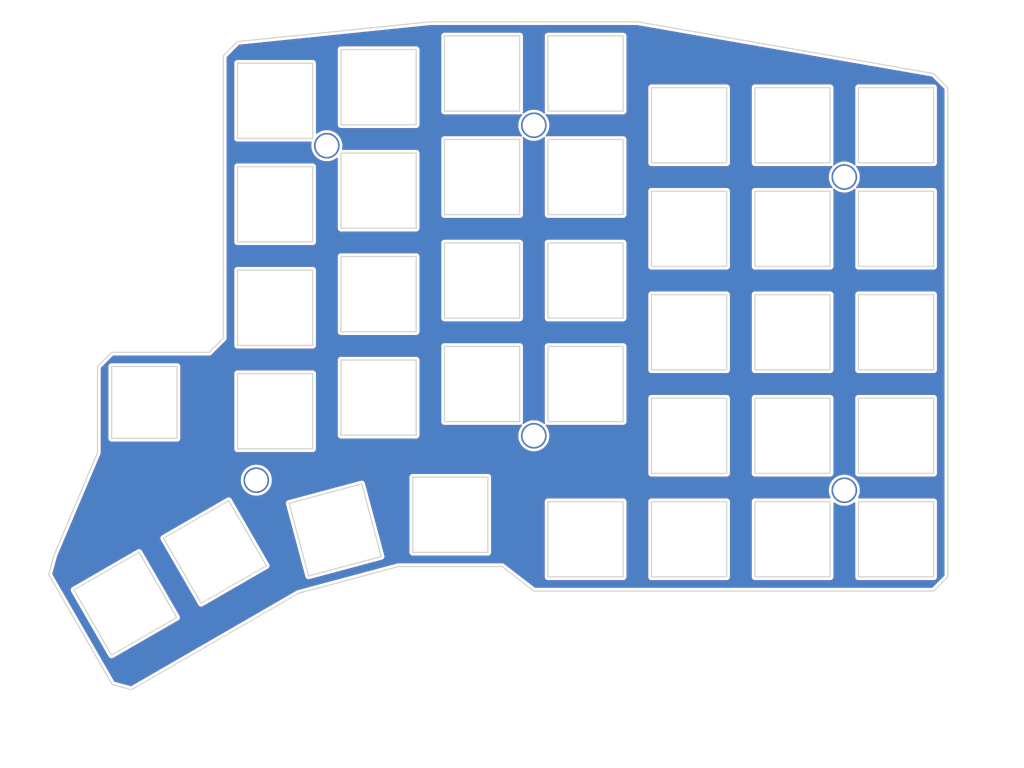
<source format=kicad_pcb>
(kicad_pcb (version 20171130) (host pcbnew "(5.1.10)-1")

  (general
    (thickness 1.6)
    (drawings 169)
    (tracks 0)
    (zones 0)
    (modules 6)
    (nets 1)
  )

  (page A4)
  (layers
    (0 F.Cu signal)
    (31 B.Cu signal)
    (32 B.Adhes user hide)
    (33 F.Adhes user hide)
    (34 B.Paste user hide)
    (35 F.Paste user hide)
    (36 B.SilkS user hide)
    (37 F.SilkS user hide)
    (38 B.Mask user hide)
    (39 F.Mask user hide)
    (40 Dwgs.User user hide)
    (41 Cmts.User user hide)
    (42 Eco1.User user hide)
    (43 Eco2.User user hide)
    (44 Edge.Cuts user)
    (45 Margin user hide)
    (46 B.CrtYd user hide)
    (47 F.CrtYd user hide)
    (48 B.Fab user hide)
    (49 F.Fab user hide)
  )

  (setup
    (last_trace_width 0.25)
    (trace_clearance 0.2)
    (zone_clearance 0.508)
    (zone_45_only no)
    (trace_min 0.2)
    (via_size 0.8)
    (via_drill 0.4)
    (via_min_size 0.4)
    (via_min_drill 0.3)
    (uvia_size 0.3)
    (uvia_drill 0.1)
    (uvias_allowed no)
    (uvia_min_size 0.2)
    (uvia_min_drill 0.1)
    (edge_width 0.1)
    (segment_width 0.2)
    (pcb_text_width 0.3)
    (pcb_text_size 1.5 1.5)
    (mod_edge_width 0.15)
    (mod_text_size 1 1)
    (mod_text_width 0.15)
    (pad_size 1.524 1.524)
    (pad_drill 0.762)
    (pad_to_mask_clearance 0)
    (aux_axis_origin 0 0)
    (visible_elements 7FFFFFFF)
    (pcbplotparams
      (layerselection 0x010fc_ffffffff)
      (usegerberextensions false)
      (usegerberattributes true)
      (usegerberadvancedattributes true)
      (creategerberjobfile true)
      (excludeedgelayer true)
      (linewidth 0.100000)
      (plotframeref false)
      (viasonmask false)
      (mode 1)
      (useauxorigin false)
      (hpglpennumber 1)
      (hpglpenspeed 20)
      (hpglpendiameter 15.000000)
      (psnegative false)
      (psa4output false)
      (plotreference true)
      (plotvalue true)
      (plotinvisibletext false)
      (padsonsilk false)
      (subtractmaskfromsilk false)
      (outputformat 1)
      (mirror false)
      (drillshape 1)
      (scaleselection 1)
      (outputdirectory ""))
  )

  (net 0 "")

  (net_class Default "This is the default net class."
    (clearance 0.2)
    (trace_width 0.25)
    (via_dia 0.8)
    (via_drill 0.4)
    (uvia_dia 0.3)
    (uvia_drill 0.1)
  )

  (module kbd:HOLE_M2_TH (layer F.Cu) (tedit 611CB16B) (tstamp 6132D5F0)
    (at 113.052093 119.154041)
    (fp_text reference TH5 (at 0 -2.54) (layer F.SilkS) hide
      (effects (font (size 0.29972 0.29972) (thickness 0.0762)))
    )
    (fp_text value HOLE (at 0 2.54) (layer F.SilkS) hide
      (effects (font (size 0.29972 0.29972) (thickness 0.0762)))
    )
    (pad "" thru_hole circle (at 0 0 90) (size 4.7 4.7) (drill 4.1) (layers *.Cu *.Mask Dwgs.User)
      (clearance 0.3))
  )

  (module kbd:HOLE_M2_TH (layer F.Cu) (tedit 611CB16B) (tstamp 6132D5F0)
    (at 126 57.75)
    (fp_text reference TH5 (at 0 -2.54) (layer F.SilkS) hide
      (effects (font (size 0.29972 0.29972) (thickness 0.0762)))
    )
    (fp_text value HOLE (at 0 2.54) (layer F.SilkS) hide
      (effects (font (size 0.29972 0.29972) (thickness 0.0762)))
    )
    (pad "" thru_hole circle (at 0 0 90) (size 4.7 4.7) (drill 4.1) (layers *.Cu *.Mask Dwgs.User)
      (clearance 0.3))
  )

  (module kbd:HOLE_M2_TH (layer F.Cu) (tedit 611CB16B) (tstamp 6132D5F0)
    (at 164 54)
    (fp_text reference TH5 (at 0 -2.54) (layer F.SilkS) hide
      (effects (font (size 0.29972 0.29972) (thickness 0.0762)))
    )
    (fp_text value HOLE (at 0 2.54) (layer F.SilkS) hide
      (effects (font (size 0.29972 0.29972) (thickness 0.0762)))
    )
    (pad "" thru_hole circle (at 0 0 90) (size 4.7 4.7) (drill 4.1) (layers *.Cu *.Mask Dwgs.User)
      (clearance 0.3))
  )

  (module kbd:HOLE_M2_TH (layer F.Cu) (tedit 611CB16B) (tstamp 6132D5F0)
    (at 164 111)
    (fp_text reference TH5 (at 0 -2.54) (layer F.SilkS) hide
      (effects (font (size 0.29972 0.29972) (thickness 0.0762)))
    )
    (fp_text value HOLE (at 0 2.54) (layer F.SilkS) hide
      (effects (font (size 0.29972 0.29972) (thickness 0.0762)))
    )
    (pad "" thru_hole circle (at 0 0 90) (size 4.7 4.7) (drill 4.1) (layers *.Cu *.Mask Dwgs.User)
      (clearance 0.3))
  )

  (module kbd:HOLE_M2_TH (layer F.Cu) (tedit 611CB16B) (tstamp 6132D5F0)
    (at 221 121)
    (fp_text reference TH5 (at 0 -2.54) (layer F.SilkS) hide
      (effects (font (size 0.29972 0.29972) (thickness 0.0762)))
    )
    (fp_text value HOLE (at 0 2.54) (layer F.SilkS) hide
      (effects (font (size 0.29972 0.29972) (thickness 0.0762)))
    )
    (pad "" thru_hole circle (at 0 0 90) (size 4.7 4.7) (drill 4.1) (layers *.Cu *.Mask Dwgs.User)
      (clearance 0.3))
  )

  (module kbd:HOLE_M2_TH (layer F.Cu) (tedit 611CB16B) (tstamp 6132D5EA)
    (at 221 63.499999)
    (fp_text reference TH5 (at 0 -2.54) (layer F.SilkS) hide
      (effects (font (size 0.29972 0.29972) (thickness 0.0762)))
    )
    (fp_text value HOLE (at 0 2.54) (layer F.SilkS) hide
      (effects (font (size 0.29972 0.29972) (thickness 0.0762)))
    )
    (pad "" thru_hole circle (at 0 0 90) (size 4.7 4.7) (drill 4.1) (layers *.Cu *.Mask Dwgs.User)
      (clearance 0.3))
  )

  (gr_line (start 218.399999 117.9) (end 204.6 117.9) (layer Edge.Cuts) (width 0.2))
  (gr_line (start 218.399999 104.1) (end 204.6 104.1) (layer Edge.Cuts) (width 0.2))
  (gr_line (start 218.399999 117.9) (end 218.399999 104.1) (layer Edge.Cuts) (width 0.2))
  (gr_line (start 204.6 117.9) (end 204.6 104.1) (layer Edge.Cuts) (width 0.2))
  (gr_line (start 237.399999 117.9) (end 223.599999 117.9) (layer Edge.Cuts) (width 0.2))
  (gr_line (start 237.399999 104.1) (end 223.599999 104.1) (layer Edge.Cuts) (width 0.2))
  (gr_line (start 237.399999 117.9) (end 237.399999 104.1) (layer Edge.Cuts) (width 0.2))
  (gr_line (start 223.599999 117.9) (end 223.599999 104.1) (layer Edge.Cuts) (width 0.2))
  (gr_line (start 145 35) (end 109.6 38.627212) (layer Edge.Cuts) (width 0.2))
  (gr_line (start 107 41.227212) (end 107 93.077487) (layer Edge.Cuts) (width 0.2))
  (gr_line (start 107 41.227212) (end 109.6 38.627212) (layer Edge.Cuts) (width 0.2))
  (gr_line (start 104.4 95.677487) (end 86.5 95.677487) (layer Edge.Cuts) (width 0.2))
  (gr_line (start 104.4 95.677487) (end 107 93.077487) (layer Edge.Cuts) (width 0.2))
  (gr_line (start 120.80881 139.917561) (end 90.151511 157.617561) (layer Edge.Cuts) (width 0.2))
  (gr_line (start 183 35) (end 145 35) (layer Edge.Cuts) (width 0.2))
  (gr_line (start 183 35) (end 237.399999 44.5) (layer Edge.Cuts) (width 0.2))
  (gr_line (start 83.9 98.277487) (end 86.5 95.677487) (layer Edge.Cuts) (width 0.2))
  (gr_line (start 83.9 114.077487) (end 83.9 98.277487) (layer Edge.Cuts) (width 0.2))
  (gr_line (start 75.901511 132.935837) (end 83.9 114.077487) (layer Edge.Cuts) (width 0.2))
  (gr_line (start 74.949845 136.487503) (end 75.901511 132.935837) (layer Edge.Cuts) (width 0.2))
  (gr_line (start 86.599845 156.665895) (end 74.949845 136.487503) (layer Edge.Cuts) (width 0.2))
  (gr_line (start 90.151511 157.617561) (end 86.599845 156.665895) (layer Edge.Cuts) (width 0.2))
  (gr_line (start 237.399999 139.5) (end 163.999999 139.5) (layer Edge.Cuts) (width 0.2))
  (gr_line (start 239.999999 136.9) (end 237.399999 139.5) (layer Edge.Cuts) (width 0.2))
  (gr_line (start 239.999999 47.1) (end 239.999999 136.9) (layer Edge.Cuts) (width 0.2))
  (gr_line (start 237.399999 44.5) (end 239.999999 47.1) (layer Edge.Cuts) (width 0.2))
  (gr_line (start 98.5 111.477487) (end 98.5 98.277487) (layer Edge.Cuts) (width 0.2))
  (gr_line (start 86.5 111.477487) (end 86.5 98.277487) (layer Edge.Cuts) (width 0.2))
  (gr_line (start 98.5 111.477487) (end 86.5 111.477487) (layer Edge.Cuts) (width 0.2))
  (gr_line (start 98.5 98.277487) (end 86.5 98.277487) (layer Edge.Cuts) (width 0.2))
  (gr_line (start 163.999999 139.5) (end 158.161401 135) (layer Edge.Cuts) (width 0.2))
  (gr_line (start 158.161401 135) (end 139.161401 135) (layer Edge.Cuts) (width 0.2))
  (gr_line (start 98.427662 144.352275) (end 86.476511 151.252275) (layer Edge.Cuts) (width 0.2))
  (gr_line (start 91.527662 132.401124) (end 79.576511 139.301124) (layer Edge.Cuts) (width 0.2))
  (gr_line (start 98.427662 144.352275) (end 91.527662 132.401124) (layer Edge.Cuts) (width 0.2))
  (gr_line (start 86.476511 151.252275) (end 79.576511 139.301124) (layer Edge.Cuts) (width 0.2))
  (gr_line (start 123.4 113.4) (end 109.6 113.4) (layer Edge.Cuts) (width 0.2))
  (gr_line (start 123.4 99.6) (end 109.6 99.6) (layer Edge.Cuts) (width 0.2))
  (gr_line (start 123.4 113.4) (end 123.4 99.6) (layer Edge.Cuts) (width 0.2))
  (gr_line (start 109.6 113.4) (end 109.6 99.6) (layer Edge.Cuts) (width 0.2))
  (gr_line (start 142.4 110.9) (end 128.6 110.9) (layer Edge.Cuts) (width 0.2))
  (gr_line (start 142.4 97.1) (end 128.6 97.1) (layer Edge.Cuts) (width 0.2))
  (gr_line (start 142.4 110.9) (end 142.4 97.1) (layer Edge.Cuts) (width 0.2))
  (gr_line (start 128.6 110.9) (end 128.6 97.1) (layer Edge.Cuts) (width 0.2))
  (gr_line (start 123.4 94.4) (end 109.6 94.4) (layer Edge.Cuts) (width 0.2))
  (gr_line (start 123.4 80.6) (end 109.6 80.6) (layer Edge.Cuts) (width 0.2))
  (gr_line (start 123.4 94.4) (end 123.4 80.6) (layer Edge.Cuts) (width 0.2))
  (gr_line (start 109.6 94.4) (end 109.6 80.6) (layer Edge.Cuts) (width 0.2))
  (gr_line (start 142.4 91.9) (end 128.6 91.9) (layer Edge.Cuts) (width 0.2))
  (gr_line (start 142.4 78.1) (end 128.6 78.1) (layer Edge.Cuts) (width 0.2))
  (gr_line (start 142.4 91.9) (end 142.4 78.1) (layer Edge.Cuts) (width 0.2))
  (gr_line (start 128.6 91.9) (end 128.6 78.1) (layer Edge.Cuts) (width 0.2))
  (gr_line (start 142.4 72.9) (end 128.6 72.9) (layer Edge.Cuts) (width 0.2))
  (gr_line (start 142.4 59.099999) (end 128.6 59.099999) (layer Edge.Cuts) (width 0.2))
  (gr_line (start 142.4 72.9) (end 142.4 59.099999) (layer Edge.Cuts) (width 0.2))
  (gr_line (start 128.6 72.9) (end 128.6 59.099999) (layer Edge.Cuts) (width 0.2))
  (gr_line (start 123.4 75.4) (end 109.6 75.4) (layer Edge.Cuts) (width 0.2))
  (gr_line (start 123.4 61.6) (end 109.6 61.6) (layer Edge.Cuts) (width 0.2))
  (gr_line (start 123.4 75.4) (end 123.4 61.6) (layer Edge.Cuts) (width 0.2))
  (gr_line (start 109.6 75.4) (end 109.6 61.6) (layer Edge.Cuts) (width 0.2))
  (gr_line (start 123.4 56.4) (end 109.6 56.4) (layer Edge.Cuts) (width 0.2))
  (gr_line (start 123.4 42.6) (end 109.6 42.6) (layer Edge.Cuts) (width 0.2))
  (gr_line (start 123.4 56.4) (end 123.4 42.6) (layer Edge.Cuts) (width 0.2))
  (gr_line (start 109.6 56.4) (end 109.6 42.6) (layer Edge.Cuts) (width 0.2))
  (gr_line (start 142.4 53.9) (end 128.6 53.9) (layer Edge.Cuts) (width 0.2))
  (gr_line (start 142.4 40.1) (end 128.6 40.1) (layer Edge.Cuts) (width 0.2))
  (gr_line (start 142.4 53.9) (end 142.4 40.1) (layer Edge.Cuts) (width 0.2))
  (gr_line (start 128.6 53.9) (end 128.6 40.1) (layer Edge.Cuts) (width 0.2))
  (gr_line (start 114.882144 134.852275) (end 102.930994 141.752275) (layer Edge.Cuts) (width 0.2))
  (gr_line (start 107.982144 122.901124) (end 96.030994 129.801124) (layer Edge.Cuts) (width 0.2))
  (gr_line (start 114.882144 134.852275) (end 107.982144 122.901124) (layer Edge.Cuts) (width 0.2))
  (gr_line (start 102.930994 141.752275) (end 96.030994 129.801124) (layer Edge.Cuts) (width 0.2))
  (gr_line (start 135.977064 133.161522) (end 122.647288 136.733225) (layer Edge.Cuts) (width 0.2))
  (gr_line (start 132.405361 119.831745) (end 119.075585 123.403448) (layer Edge.Cuts) (width 0.2))
  (gr_line (start 135.977064 133.161522) (end 132.405361 119.831745) (layer Edge.Cuts) (width 0.2))
  (gr_line (start 122.647288 136.733225) (end 119.075585 123.403448) (layer Edge.Cuts) (width 0.2))
  (gr_line (start 155.561401 132.4) (end 141.761401 132.4) (layer Edge.Cuts) (width 0.2))
  (gr_line (start 155.561401 118.6) (end 141.761401 118.6) (layer Edge.Cuts) (width 0.2))
  (gr_line (start 155.561401 132.4) (end 155.561401 118.6) (layer Edge.Cuts) (width 0.2))
  (gr_line (start 141.761401 132.4) (end 141.761401 118.6) (layer Edge.Cuts) (width 0.2))
  (gr_line (start 180.399999 136.9) (end 166.599999 136.9) (layer Edge.Cuts) (width 0.2))
  (gr_line (start 180.399999 123.1) (end 166.599999 123.1) (layer Edge.Cuts) (width 0.2))
  (gr_line (start 180.399999 136.9) (end 180.399999 123.1) (layer Edge.Cuts) (width 0.2))
  (gr_line (start 166.599999 136.9) (end 166.599999 123.1) (layer Edge.Cuts) (width 0.2))
  (gr_line (start 161.399999 108.4) (end 147.6 108.4) (layer Edge.Cuts) (width 0.2))
  (gr_line (start 161.399999 94.6) (end 147.6 94.6) (layer Edge.Cuts) (width 0.2))
  (gr_line (start 161.399999 108.4) (end 161.399999 94.6) (layer Edge.Cuts) (width 0.2))
  (gr_line (start 147.6 108.4) (end 147.6 94.6) (layer Edge.Cuts) (width 0.2))
  (gr_line (start 180.4 108.4) (end 166.6 108.4) (layer Edge.Cuts) (width 0.2))
  (gr_line (start 180.4 94.6) (end 166.6 94.6) (layer Edge.Cuts) (width 0.2))
  (gr_line (start 180.4 108.4) (end 180.4 94.6) (layer Edge.Cuts) (width 0.2))
  (gr_line (start 166.6 108.4) (end 166.6 94.6) (layer Edge.Cuts) (width 0.2))
  (gr_line (start 161.399999 89.4) (end 147.6 89.4) (layer Edge.Cuts) (width 0.2))
  (gr_line (start 161.399999 75.6) (end 147.6 75.6) (layer Edge.Cuts) (width 0.2))
  (gr_line (start 161.399999 89.4) (end 161.399999 75.6) (layer Edge.Cuts) (width 0.2))
  (gr_line (start 147.6 89.4) (end 147.6 75.6) (layer Edge.Cuts) (width 0.2))
  (gr_line (start 180.4 89.4) (end 166.6 89.4) (layer Edge.Cuts) (width 0.2))
  (gr_line (start 180.4 75.6) (end 166.6 75.6) (layer Edge.Cuts) (width 0.2))
  (gr_line (start 180.4 89.4) (end 180.4 75.6) (layer Edge.Cuts) (width 0.2))
  (gr_line (start 166.6 89.4) (end 166.6 75.6) (layer Edge.Cuts) (width 0.2))
  (gr_line (start 161.399999 70.399999) (end 147.6 70.399999) (layer Edge.Cuts) (width 0.2))
  (gr_line (start 161.399999 56.599999) (end 147.6 56.599999) (layer Edge.Cuts) (width 0.2))
  (gr_line (start 161.399999 70.399999) (end 161.399999 56.599999) (layer Edge.Cuts) (width 0.2))
  (gr_line (start 147.6 70.399999) (end 147.6 56.599999) (layer Edge.Cuts) (width 0.2))
  (gr_line (start 180.4 70.399999) (end 166.6 70.399999) (layer Edge.Cuts) (width 0.2))
  (gr_line (start 180.4 56.599999) (end 166.6 56.599999) (layer Edge.Cuts) (width 0.2))
  (gr_line (start 180.4 70.399999) (end 180.4 56.599999) (layer Edge.Cuts) (width 0.2))
  (gr_line (start 166.6 70.399999) (end 166.6 56.599999) (layer Edge.Cuts) (width 0.2))
  (gr_line (start 161.399999 51.4) (end 147.6 51.4) (layer Edge.Cuts) (width 0.2))
  (gr_line (start 161.399999 37.6) (end 147.6 37.6) (layer Edge.Cuts) (width 0.2))
  (gr_line (start 161.399999 51.4) (end 161.399999 37.6) (layer Edge.Cuts) (width 0.2))
  (gr_line (start 147.6 51.4) (end 147.6 37.6) (layer Edge.Cuts) (width 0.2))
  (gr_line (start 180.4 51.4) (end 166.6 51.4) (layer Edge.Cuts) (width 0.2))
  (gr_line (start 180.4 37.6) (end 166.6 37.6) (layer Edge.Cuts) (width 0.2))
  (gr_line (start 180.4 51.4) (end 180.4 37.6) (layer Edge.Cuts) (width 0.2))
  (gr_line (start 166.6 51.4) (end 166.6 37.6) (layer Edge.Cuts) (width 0.2))
  (gr_line (start 199.399999 136.9) (end 185.599999 136.9) (layer Edge.Cuts) (width 0.2))
  (gr_line (start 199.399999 123.1) (end 185.599999 123.1) (layer Edge.Cuts) (width 0.2))
  (gr_line (start 199.399999 136.9) (end 199.399999 123.1) (layer Edge.Cuts) (width 0.2))
  (gr_line (start 185.599999 136.9) (end 185.599999 123.1) (layer Edge.Cuts) (width 0.2))
  (gr_line (start 218.399999 136.9) (end 204.6 136.9) (layer Edge.Cuts) (width 0.2))
  (gr_line (start 218.399999 123.1) (end 204.6 123.1) (layer Edge.Cuts) (width 0.2))
  (gr_line (start 218.399999 136.9) (end 218.399999 123.1) (layer Edge.Cuts) (width 0.2))
  (gr_line (start 204.6 136.9) (end 204.6 123.1) (layer Edge.Cuts) (width 0.2))
  (gr_line (start 237.399999 136.9) (end 223.599999 136.9) (layer Edge.Cuts) (width 0.2))
  (gr_line (start 237.399999 123.1) (end 223.599999 123.1) (layer Edge.Cuts) (width 0.2))
  (gr_line (start 237.399999 136.9) (end 237.399999 123.1) (layer Edge.Cuts) (width 0.2))
  (gr_line (start 223.599999 136.9) (end 223.599999 123.1) (layer Edge.Cuts) (width 0.2))
  (gr_line (start 199.399999 117.9) (end 185.599999 117.9) (layer Edge.Cuts) (width 0.2))
  (gr_line (start 199.399999 104.1) (end 185.599999 104.1) (layer Edge.Cuts) (width 0.2))
  (gr_line (start 199.399999 117.9) (end 199.399999 104.1) (layer Edge.Cuts) (width 0.2))
  (gr_line (start 185.599999 117.9) (end 185.599999 104.1) (layer Edge.Cuts) (width 0.2))
  (gr_line (start 199.399999 98.9) (end 185.599999 98.9) (layer Edge.Cuts) (width 0.2))
  (gr_line (start 199.399999 85.1) (end 185.599999 85.1) (layer Edge.Cuts) (width 0.2))
  (gr_line (start 199.399999 98.9) (end 199.399999 85.1) (layer Edge.Cuts) (width 0.2))
  (gr_line (start 185.599999 98.9) (end 185.599999 85.1) (layer Edge.Cuts) (width 0.2))
  (gr_line (start 218.399999 98.9) (end 204.6 98.9) (layer Edge.Cuts) (width 0.2))
  (gr_line (start 218.399999 85.1) (end 204.6 85.1) (layer Edge.Cuts) (width 0.2))
  (gr_line (start 218.399999 98.9) (end 218.399999 85.1) (layer Edge.Cuts) (width 0.2))
  (gr_line (start 204.6 98.9) (end 204.6 85.1) (layer Edge.Cuts) (width 0.2))
  (gr_line (start 237.399999 98.9) (end 223.599999 98.9) (layer Edge.Cuts) (width 0.2))
  (gr_line (start 237.399999 85.1) (end 223.599999 85.1) (layer Edge.Cuts) (width 0.2))
  (gr_line (start 237.399999 98.9) (end 237.399999 85.1) (layer Edge.Cuts) (width 0.2))
  (gr_line (start 223.599999 98.9) (end 223.599999 85.1) (layer Edge.Cuts) (width 0.2))
  (gr_line (start 199.399999 79.899999) (end 185.599999 79.899999) (layer Edge.Cuts) (width 0.2))
  (gr_line (start 199.399999 66.099999) (end 185.599999 66.099999) (layer Edge.Cuts) (width 0.2))
  (gr_line (start 199.399999 79.899999) (end 199.399999 66.099999) (layer Edge.Cuts) (width 0.2))
  (gr_line (start 185.599999 79.899999) (end 185.599999 66.099999) (layer Edge.Cuts) (width 0.2))
  (gr_line (start 218.399999 79.899999) (end 204.6 79.899999) (layer Edge.Cuts) (width 0.2))
  (gr_line (start 218.399999 66.099999) (end 204.6 66.099999) (layer Edge.Cuts) (width 0.2))
  (gr_line (start 218.399999 79.899999) (end 218.399999 66.099999) (layer Edge.Cuts) (width 0.2))
  (gr_line (start 204.6 79.899999) (end 204.6 66.099999) (layer Edge.Cuts) (width 0.2))
  (gr_line (start 237.399999 79.899999) (end 223.599999 79.899999) (layer Edge.Cuts) (width 0.2))
  (gr_line (start 237.399999 66.099999) (end 223.599999 66.099999) (layer Edge.Cuts) (width 0.2))
  (gr_line (start 237.399999 79.899999) (end 237.399999 66.099999) (layer Edge.Cuts) (width 0.2))
  (gr_line (start 223.599999 79.899999) (end 223.599999 66.099999) (layer Edge.Cuts) (width 0.2))
  (gr_line (start 199.399999 60.9) (end 185.599999 60.9) (layer Edge.Cuts) (width 0.2))
  (gr_line (start 199.399999 47.1) (end 185.599999 47.1) (layer Edge.Cuts) (width 0.2))
  (gr_line (start 199.399999 60.9) (end 199.399999 47.1) (layer Edge.Cuts) (width 0.2))
  (gr_line (start 185.599999 60.9) (end 185.599999 47.1) (layer Edge.Cuts) (width 0.2))
  (gr_line (start 218.399999 60.9) (end 204.6 60.9) (layer Edge.Cuts) (width 0.2))
  (gr_line (start 218.399999 47.1) (end 204.6 47.1) (layer Edge.Cuts) (width 0.2))
  (gr_line (start 218.399999 60.9) (end 218.399999 47.1) (layer Edge.Cuts) (width 0.2))
  (gr_line (start 204.6 60.9) (end 204.6 47.1) (layer Edge.Cuts) (width 0.2))
  (gr_line (start 237.399999 60.9) (end 223.599999 60.9) (layer Edge.Cuts) (width 0.2))
  (gr_line (start 237.399999 47.1) (end 223.599999 47.1) (layer Edge.Cuts) (width 0.2))
  (gr_line (start 237.399999 60.9) (end 237.399999 47.1) (layer Edge.Cuts) (width 0.2))
  (gr_line (start 223.599999 60.9) (end 223.599999 47.1) (layer Edge.Cuts) (width 0.2))
  (gr_line (start 139.161401 135) (end 120.80881 139.917561) (layer Edge.Cuts) (width 0.2))

  (zone (net 0) (net_name "") (layer F.Cu) (tstamp 6145394D) (hatch edge 0.508)
    (connect_pads (clearance 0.508))
    (min_thickness 0.254)
    (fill yes (arc_segments 32) (thermal_gap 0.508) (thermal_bridge_width 0.508))
    (polygon
      (pts
        (xy 246 152) (xy 66 172) (xy 74 31) (xy 254 31)
      )
    )
    (filled_polygon
      (pts
        (xy 237.044614 45.184061) (xy 239.264999 47.404447) (xy 239.265 136.595552) (xy 237.095553 138.765) (xy 164.250375 138.765)
        (xy 158.619004 134.424717) (xy 158.571721 134.385913) (xy 158.529786 134.363498) (xy 158.489473 134.33831) (xy 158.46609 134.329452)
        (xy 158.444034 134.317663) (xy 158.398529 134.303859) (xy 158.354079 134.287021) (xy 158.329422 134.282896) (xy 158.305486 134.275635)
        (xy 158.25816 134.270974) (xy 158.211281 134.263131) (xy 158.150186 134.265) (xy 139.173397 134.265) (xy 139.113096 134.263026)
        (xy 139.065418 134.270897) (xy 139.017316 134.275635) (xy 138.959559 134.293155) (xy 120.630213 139.204489) (xy 120.571408 139.2182)
        (xy 120.52737 139.238153) (xy 120.482156 139.255171) (xy 120.430916 139.287034) (xy 90.047671 156.828809) (xy 87.084151 156.034737)
        (xy 77.395106 139.25282) (xy 78.839537 139.25282) (xy 78.844274 139.397525) (xy 78.877151 139.538525) (xy 78.92193 139.637356)
        (xy 78.921933 139.637361) (xy 78.936903 139.670401) (xy 78.958032 139.699886) (xy 85.821935 151.588516) (xy 85.836903 151.621552)
        (xy 85.858028 151.651032) (xy 85.858034 151.651042) (xy 85.921234 151.739238) (xy 86.026906 151.83821) (xy 86.149855 151.914665)
        (xy 86.149857 151.914666) (xy 86.20358 151.934886) (xy 86.285358 151.965665) (xy 86.428206 151.989249) (xy 86.428207 151.989249)
        (xy 86.572912 151.984512) (xy 86.713912 151.951635) (xy 86.812743 151.906856) (xy 86.812754 151.90685) (xy 86.845788 151.891882)
        (xy 86.875267 151.870758) (xy 98.763909 145.006848) (xy 98.796939 144.991882) (xy 98.826414 144.970761) (xy 98.826429 144.970752)
        (xy 98.914625 144.907552) (xy 99.013597 144.80188) (xy 99.090052 144.678931) (xy 99.141052 144.543428) (xy 99.164636 144.40058)
        (xy 99.159899 144.255875) (xy 99.127022 144.114874) (xy 99.127022 144.114873) (xy 99.082242 144.016042) (xy 99.082238 144.016036)
        (xy 99.067269 143.982998) (xy 99.046142 143.953516) (xy 92.182238 132.064885) (xy 92.167269 132.031847) (xy 92.146143 132.002365)
        (xy 92.146138 132.002357) (xy 92.082937 131.914161) (xy 91.977266 131.815189) (xy 91.854316 131.738733) (xy 91.718814 131.687734)
        (xy 91.575966 131.66415) (xy 91.575965 131.66415) (xy 91.43126 131.668887) (xy 91.29026 131.701764) (xy 91.208668 131.738733)
        (xy 91.158385 131.761516) (xy 91.128897 131.782647) (xy 79.240278 138.646544) (xy 79.207234 138.661516) (xy 79.089548 138.745849)
        (xy 78.990576 138.85152) (xy 78.91412 138.97447) (xy 78.863121 139.109972) (xy 78.839537 139.25282) (xy 77.395106 139.25282)
        (xy 75.738596 136.383661) (xy 76.598194 133.175604) (xy 78.049917 129.75282) (xy 95.29402 129.75282) (xy 95.298757 129.897525)
        (xy 95.331634 130.038525) (xy 95.391386 130.170402) (xy 95.412517 130.19989) (xy 102.276416 142.088514) (xy 102.291386 142.121553)
        (xy 102.312514 142.151036) (xy 102.312517 142.151042) (xy 102.375717 142.239238) (xy 102.481389 142.33821) (xy 102.604338 142.414665)
        (xy 102.60434 142.414666) (xy 102.658063 142.434886) (xy 102.739841 142.465665) (xy 102.882689 142.489249) (xy 102.88269 142.489249)
        (xy 103.027395 142.484512) (xy 103.168395 142.451635) (xy 103.267226 142.406856) (xy 103.267237 142.40685) (xy 103.300271 142.391882)
        (xy 103.32975 142.370758) (xy 115.218388 135.506849) (xy 115.251421 135.491882) (xy 115.280899 135.470758) (xy 115.280912 135.470751)
        (xy 115.369108 135.407551) (xy 115.46808 135.30188) (xy 115.544535 135.17893) (xy 115.595534 135.043428) (xy 115.619119 134.900579)
        (xy 115.614382 134.755874) (xy 115.581505 134.614874) (xy 115.521752 134.482997) (xy 115.500617 134.453503) (xy 109.148755 123.451752)
        (xy 118.338611 123.451752) (xy 118.349813 123.5196) (xy 118.362195 123.5946) (xy 118.374973 123.628551) (xy 121.92799 136.888589)
        (xy 121.933898 136.924377) (xy 121.946675 136.958323) (xy 121.946677 136.958332) (xy 121.984897 137.05988) (xy 122.061351 137.182829)
        (xy 122.160324 137.288501) (xy 122.27801 137.372833) (xy 122.409886 137.432586) (xy 122.550887 137.465463) (xy 122.695592 137.4702)
        (xy 122.83844 137.446615) (xy 122.872393 137.433836) (xy 136.132426 133.880821) (xy 136.168216 133.874912) (xy 136.202165 133.862135)
        (xy 136.202171 133.862133) (xy 136.303719 133.823913) (xy 136.426668 133.747459) (xy 136.53234 133.648486) (xy 136.616672 133.5308)
        (xy 136.676425 133.398924) (xy 136.709302 133.257923) (xy 136.714039 133.113218) (xy 136.690454 132.97037) (xy 136.677675 132.936417)
        (xy 133.124662 119.676395) (xy 133.118751 119.640593) (xy 133.067752 119.505091) (xy 132.991297 119.382141) (xy 132.892325 119.276469)
        (xy 132.774639 119.192137) (xy 132.642762 119.132384) (xy 132.501762 119.099508) (xy 132.357057 119.094771) (xy 132.250004 119.112445)
        (xy 132.250001 119.112446) (xy 132.214209 119.118355) (xy 132.180258 119.131133) (xy 118.920233 122.684147) (xy 118.884433 122.690058)
        (xy 118.748931 122.741058) (xy 118.625981 122.817512) (xy 118.520309 122.916485) (xy 118.435977 123.03417) (xy 118.376224 123.166047)
        (xy 118.343348 123.307048) (xy 118.338611 123.451752) (xy 109.148755 123.451752) (xy 108.636727 122.564895) (xy 108.621752 122.531846)
        (xy 108.53742 122.41416) (xy 108.431749 122.315188) (xy 108.308799 122.238733) (xy 108.173296 122.187734) (xy 108.030448 122.164149)
        (xy 107.885743 122.168887) (xy 107.744743 122.201763) (xy 107.645912 122.246543) (xy 107.645907 122.246546) (xy 107.612867 122.261516)
        (xy 107.583382 122.282645) (xy 95.694761 129.146544) (xy 95.661717 129.161516) (xy 95.632229 129.182647) (xy 95.632227 129.182648)
        (xy 95.544031 129.245849) (xy 95.445059 129.35152) (xy 95.368603 129.47447) (xy 95.317604 129.609972) (xy 95.29402 129.75282)
        (xy 78.049917 129.75282) (xy 82.669926 118.860044) (xy 110.067093 118.860044) (xy 110.067093 119.448038) (xy 110.181805 120.024733)
        (xy 110.40682 120.567969) (xy 110.733492 121.056867) (xy 111.149267 121.472642) (xy 111.638165 121.799314) (xy 112.181401 122.024329)
        (xy 112.758096 122.139041) (xy 113.34609 122.139041) (xy 113.922785 122.024329) (xy 114.466021 121.799314) (xy 114.954919 121.472642)
        (xy 115.370694 121.056867) (xy 115.697366 120.567969) (xy 115.922381 120.024733) (xy 116.037093 119.448038) (xy 116.037093 118.860044)
        (xy 115.985367 118.6) (xy 141.022845 118.6) (xy 141.026402 118.636115) (xy 141.026401 132.363895) (xy 141.022845 132.4)
        (xy 141.037036 132.544085) (xy 141.079064 132.682633) (xy 141.147314 132.81032) (xy 141.239163 132.922238) (xy 141.280791 132.956401)
        (xy 141.351081 133.014087) (xy 141.478768 133.082337) (xy 141.617316 133.124365) (xy 141.761401 133.138556) (xy 141.797506 133.135)
        (xy 155.525296 133.135) (xy 155.561401 133.138556) (xy 155.597506 133.135) (xy 155.705486 133.124365) (xy 155.844034 133.082337)
        (xy 155.971721 133.014087) (xy 156.083639 132.922238) (xy 156.175488 132.81032) (xy 156.243738 132.682633) (xy 156.285766 132.544085)
        (xy 156.299957 132.4) (xy 156.296401 132.363895) (xy 156.296401 123.1) (xy 165.861443 123.1) (xy 165.865 123.136115)
        (xy 165.864999 136.863895) (xy 165.861443 136.9) (xy 165.875634 137.044085) (xy 165.917662 137.182633) (xy 165.985912 137.31032)
        (xy 166.077761 137.422238) (xy 166.136203 137.4702) (xy 166.189679 137.514087) (xy 166.317366 137.582337) (xy 166.455914 137.624365)
        (xy 166.599999 137.638556) (xy 166.636104 137.635) (xy 180.363894 137.635) (xy 180.399999 137.638556) (xy 180.436104 137.635)
        (xy 180.544084 137.624365) (xy 180.682632 137.582337) (xy 180.810319 137.514087) (xy 180.922237 137.422238) (xy 181.014086 137.31032)
        (xy 181.082336 137.182633) (xy 181.124364 137.044085) (xy 181.138555 136.9) (xy 181.134999 136.863895) (xy 181.134999 123.136105)
        (xy 181.138555 123.1) (xy 184.861443 123.1) (xy 184.865 123.136115) (xy 184.864999 136.863895) (xy 184.861443 136.9)
        (xy 184.875634 137.044085) (xy 184.917662 137.182633) (xy 184.985912 137.31032) (xy 185.077761 137.422238) (xy 185.136203 137.4702)
        (xy 185.189679 137.514087) (xy 185.317366 137.582337) (xy 185.455914 137.624365) (xy 185.599999 137.638556) (xy 185.636104 137.635)
        (xy 199.363894 137.635) (xy 199.399999 137.638556) (xy 199.436104 137.635) (xy 199.544084 137.624365) (xy 199.682632 137.582337)
        (xy 199.810319 137.514087) (xy 199.922237 137.422238) (xy 200.014086 137.31032) (xy 200.082336 137.182633) (xy 200.124364 137.044085)
        (xy 200.138555 136.9) (xy 200.134999 136.863895) (xy 200.134999 123.136105) (xy 200.138555 123.1) (xy 203.861444 123.1)
        (xy 203.865001 123.136115) (xy 203.865 136.863895) (xy 203.861444 136.9) (xy 203.875635 137.044085) (xy 203.917663 137.182633)
        (xy 203.985913 137.31032) (xy 204.077762 137.422238) (xy 204.136204 137.4702) (xy 204.18968 137.514087) (xy 204.317367 137.582337)
        (xy 204.455915 137.624365) (xy 204.6 137.638556) (xy 204.636105 137.635) (xy 218.363894 137.635) (xy 218.399999 137.638556)
        (xy 218.436104 137.635) (xy 218.544084 137.624365) (xy 218.682632 137.582337) (xy 218.810319 137.514087) (xy 218.922237 137.422238)
        (xy 219.014086 137.31032) (xy 219.082336 137.182633) (xy 219.124364 137.044085) (xy 219.138555 136.9) (xy 219.134999 136.863895)
        (xy 219.134999 123.343875) (xy 219.586072 123.645273) (xy 220.129308 123.870288) (xy 220.706003 123.985) (xy 221.293997 123.985)
        (xy 221.870692 123.870288) (xy 222.413928 123.645273) (xy 222.865 123.343876) (xy 222.864999 136.863895) (xy 222.861443 136.9)
        (xy 222.875634 137.044085) (xy 222.917662 137.182633) (xy 222.985912 137.31032) (xy 223.077761 137.422238) (xy 223.136203 137.4702)
        (xy 223.189679 137.514087) (xy 223.317366 137.582337) (xy 223.455914 137.624365) (xy 223.599999 137.638556) (xy 223.636104 137.635)
        (xy 237.363894 137.635) (xy 237.399999 137.638556) (xy 237.436104 137.635) (xy 237.544084 137.624365) (xy 237.682632 137.582337)
        (xy 237.810319 137.514087) (xy 237.922237 137.422238) (xy 238.014086 137.31032) (xy 238.082336 137.182633) (xy 238.124364 137.044085)
        (xy 238.138555 136.9) (xy 238.134999 136.863895) (xy 238.134999 123.136105) (xy 238.138555 123.1) (xy 238.124364 122.955915)
        (xy 238.082336 122.817367) (xy 238.014086 122.68968) (xy 237.922237 122.577762) (xy 237.810319 122.485913) (xy 237.682632 122.417663)
        (xy 237.544084 122.375635) (xy 237.436104 122.365) (xy 237.399999 122.361444) (xy 237.363894 122.365) (xy 223.66554 122.365)
        (xy 223.870288 121.870692) (xy 223.985 121.293997) (xy 223.985 120.706003) (xy 223.870288 120.129308) (xy 223.645273 119.586072)
        (xy 223.318601 119.097174) (xy 222.902826 118.681399) (xy 222.413928 118.354727) (xy 221.870692 118.129712) (xy 221.293997 118.015)
        (xy 220.706003 118.015) (xy 220.129308 118.129712) (xy 219.586072 118.354727) (xy 219.097174 118.681399) (xy 218.681399 119.097174)
        (xy 218.354727 119.586072) (xy 218.129712 120.129308) (xy 218.015 120.706003) (xy 218.015 121.293997) (xy 218.129712 121.870692)
        (xy 218.33446 122.365) (xy 204.636105 122.365) (xy 204.6 122.361444) (xy 204.563895 122.365) (xy 204.455915 122.375635)
        (xy 204.317367 122.417663) (xy 204.18968 122.485913) (xy 204.077762 122.577762) (xy 203.985913 122.68968) (xy 203.917663 122.817367)
        (xy 203.875635 122.955915) (xy 203.861444 123.1) (xy 200.138555 123.1) (xy 200.124364 122.955915) (xy 200.082336 122.817367)
        (xy 200.014086 122.68968) (xy 199.922237 122.577762) (xy 199.810319 122.485913) (xy 199.682632 122.417663) (xy 199.544084 122.375635)
        (xy 199.436104 122.365) (xy 199.399999 122.361444) (xy 199.363894 122.365) (xy 185.636104 122.365) (xy 185.599999 122.361444)
        (xy 185.563894 122.365) (xy 185.455914 122.375635) (xy 185.317366 122.417663) (xy 185.189679 122.485913) (xy 185.077761 122.577762)
        (xy 184.985912 122.68968) (xy 184.917662 122.817367) (xy 184.875634 122.955915) (xy 184.861443 123.1) (xy 181.138555 123.1)
        (xy 181.124364 122.955915) (xy 181.082336 122.817367) (xy 181.014086 122.68968) (xy 180.922237 122.577762) (xy 180.810319 122.485913)
        (xy 180.682632 122.417663) (xy 180.544084 122.375635) (xy 180.436104 122.365) (xy 180.399999 122.361444) (xy 180.363894 122.365)
        (xy 166.636104 122.365) (xy 166.599999 122.361444) (xy 166.563894 122.365) (xy 166.455914 122.375635) (xy 166.317366 122.417663)
        (xy 166.189679 122.485913) (xy 166.077761 122.577762) (xy 165.985912 122.68968) (xy 165.917662 122.817367) (xy 165.875634 122.955915)
        (xy 165.861443 123.1) (xy 156.296401 123.1) (xy 156.296401 118.636105) (xy 156.299957 118.6) (xy 156.285766 118.455915)
        (xy 156.243738 118.317367) (xy 156.175488 118.18968) (xy 156.083639 118.077762) (xy 155.971721 117.985913) (xy 155.844034 117.917663)
        (xy 155.705486 117.875635) (xy 155.597506 117.865) (xy 155.561401 117.861444) (xy 155.525296 117.865) (xy 141.797506 117.865)
        (xy 141.761401 117.861444) (xy 141.725296 117.865) (xy 141.617316 117.875635) (xy 141.478768 117.917663) (xy 141.351081 117.985913)
        (xy 141.239163 118.077762) (xy 141.147314 118.18968) (xy 141.079064 118.317367) (xy 141.037036 118.455915) (xy 141.022845 118.6)
        (xy 115.985367 118.6) (xy 115.922381 118.283349) (xy 115.697366 117.740113) (xy 115.370694 117.251215) (xy 114.954919 116.83544)
        (xy 114.466021 116.508768) (xy 113.922785 116.283753) (xy 113.34609 116.169041) (xy 112.758096 116.169041) (xy 112.181401 116.283753)
        (xy 111.638165 116.508768) (xy 111.149267 116.83544) (xy 110.733492 117.251215) (xy 110.40682 117.740113) (xy 110.181805 118.283349)
        (xy 110.067093 118.860044) (xy 82.669926 118.860044) (xy 84.563767 114.394862) (xy 84.582337 114.36012) (xy 84.60246 114.293782)
        (xy 84.623123 114.227681) (xy 84.623456 114.224568) (xy 84.624365 114.221572) (xy 84.631161 114.152567) (xy 84.638529 114.08372)
        (xy 84.635 114.044497) (xy 84.635 98.581933) (xy 84.939446 98.277487) (xy 85.761444 98.277487) (xy 85.765001 98.313602)
        (xy 85.765 111.441382) (xy 85.761444 111.477487) (xy 85.775635 111.621572) (xy 85.817663 111.76012) (xy 85.885913 111.887807)
        (xy 85.977762 111.999725) (xy 86.08968 112.091574) (xy 86.217367 112.159824) (xy 86.355915 112.201852) (xy 86.5 112.216043)
        (xy 86.536105 112.212487) (xy 98.463895 112.212487) (xy 98.5 112.216043) (xy 98.536105 112.212487) (xy 98.644085 112.201852)
        (xy 98.782633 112.159824) (xy 98.91032 112.091574) (xy 99.022238 111.999725) (xy 99.114087 111.887807) (xy 99.182337 111.76012)
        (xy 99.224365 111.621572) (xy 99.238556 111.477487) (xy 99.235 111.441382) (xy 99.235 99.6) (xy 108.861444 99.6)
        (xy 108.865001 99.636115) (xy 108.865 113.363895) (xy 108.861444 113.4) (xy 108.875635 113.544085) (xy 108.917663 113.682633)
        (xy 108.985913 113.81032) (xy 109.077762 113.922238) (xy 109.18968 114.014087) (xy 109.317367 114.082337) (xy 109.455915 114.124365)
        (xy 109.6 114.138556) (xy 109.636105 114.135) (xy 123.363895 114.135) (xy 123.4 114.138556) (xy 123.436105 114.135)
        (xy 123.544085 114.124365) (xy 123.682633 114.082337) (xy 123.81032 114.014087) (xy 123.922238 113.922238) (xy 124.014087 113.81032)
        (xy 124.082337 113.682633) (xy 124.124365 113.544085) (xy 124.138556 113.4) (xy 124.135 113.363895) (xy 124.135 99.636105)
        (xy 124.138556 99.6) (xy 124.124365 99.455915) (xy 124.082337 99.317367) (xy 124.014087 99.18968) (xy 123.922238 99.077762)
        (xy 123.81032 98.985913) (xy 123.682633 98.917663) (xy 123.544085 98.875635) (xy 123.436105 98.865) (xy 123.4 98.861444)
        (xy 123.363895 98.865) (xy 109.636105 98.865) (xy 109.6 98.861444) (xy 109.563895 98.865) (xy 109.455915 98.875635)
        (xy 109.317367 98.917663) (xy 109.18968 98.985913) (xy 109.077762 99.077762) (xy 108.985913 99.18968) (xy 108.917663 99.317367)
        (xy 108.875635 99.455915) (xy 108.861444 99.6) (xy 99.235 99.6) (xy 99.235 98.313592) (xy 99.238556 98.277487)
        (xy 99.224365 98.133402) (xy 99.182337 97.994854) (xy 99.114087 97.867167) (xy 99.022238 97.755249) (xy 98.91032 97.6634)
        (xy 98.782633 97.59515) (xy 98.644085 97.553122) (xy 98.536105 97.542487) (xy 98.5 97.538931) (xy 98.463895 97.542487)
        (xy 86.536105 97.542487) (xy 86.5 97.538931) (xy 86.463895 97.542487) (xy 86.355915 97.553122) (xy 86.217367 97.59515)
        (xy 86.08968 97.6634) (xy 85.977762 97.755249) (xy 85.885913 97.867167) (xy 85.817663 97.994854) (xy 85.775635 98.133402)
        (xy 85.761444 98.277487) (xy 84.939446 98.277487) (xy 86.116933 97.1) (xy 127.861444 97.1) (xy 127.865001 97.136115)
        (xy 127.865 110.863895) (xy 127.861444 110.9) (xy 127.875635 111.044085) (xy 127.917663 111.182633) (xy 127.985913 111.31032)
        (xy 128.077762 111.422238) (xy 128.145083 111.477487) (xy 128.18968 111.514087) (xy 128.317367 111.582337) (xy 128.455915 111.624365)
        (xy 128.6 111.638556) (xy 128.636105 111.635) (xy 142.363895 111.635) (xy 142.4 111.638556) (xy 142.436105 111.635)
        (xy 142.544085 111.624365) (xy 142.682633 111.582337) (xy 142.81032 111.514087) (xy 142.922238 111.422238) (xy 143.014087 111.31032)
        (xy 143.082337 111.182633) (xy 143.124365 111.044085) (xy 143.138556 110.9) (xy 143.135 110.863895) (xy 143.135 97.136105)
        (xy 143.138556 97.1) (xy 143.124365 96.955915) (xy 143.082337 96.817367) (xy 143.014087 96.68968) (xy 142.922238 96.577762)
        (xy 142.81032 96.485913) (xy 142.682633 96.417663) (xy 142.544085 96.375635) (xy 142.436105 96.365) (xy 142.4 96.361444)
        (xy 142.363895 96.365) (xy 128.636105 96.365) (xy 128.6 96.361444) (xy 128.563895 96.365) (xy 128.455915 96.375635)
        (xy 128.317367 96.417663) (xy 128.18968 96.485913) (xy 128.077762 96.577762) (xy 127.985913 96.68968) (xy 127.917663 96.817367)
        (xy 127.875635 96.955915) (xy 127.861444 97.1) (xy 86.116933 97.1) (xy 86.804447 96.412487) (xy 104.363895 96.412487)
        (xy 104.4 96.416043) (xy 104.436105 96.412487) (xy 104.544085 96.401852) (xy 104.682633 96.359824) (xy 104.81032 96.291574)
        (xy 104.922238 96.199725) (xy 104.945259 96.171675) (xy 107.494193 93.622741) (xy 107.522238 93.599725) (xy 107.614087 93.487807)
        (xy 107.682337 93.36012) (xy 107.724365 93.221572) (xy 107.735 93.113592) (xy 107.735 93.113583) (xy 107.738555 93.077488)
        (xy 107.735 93.041393) (xy 107.735 80.6) (xy 108.861444 80.6) (xy 108.865001 80.636115) (xy 108.865 94.363895)
        (xy 108.861444 94.4) (xy 108.875635 94.544085) (xy 108.917663 94.682633) (xy 108.985913 94.81032) (xy 109.077762 94.922238)
        (xy 109.18509 95.01032) (xy 109.18968 95.014087) (xy 109.317367 95.082337) (xy 109.455915 95.124365) (xy 109.6 95.138556)
        (xy 109.636105 95.135) (xy 123.363895 95.135) (xy 123.4 95.138556) (xy 123.436105 95.135) (xy 123.544085 95.124365)
        (xy 123.682633 95.082337) (xy 123.81032 95.014087) (xy 123.922238 94.922238) (xy 124.014087 94.81032) (xy 124.082337 94.682633)
        (xy 124.107403 94.6) (xy 146.861444 94.6) (xy 146.865001 94.636115) (xy 146.865 108.363895) (xy 146.861444 108.4)
        (xy 146.875635 108.544085) (xy 146.917663 108.682633) (xy 146.985913 108.81032) (xy 147.077762 108.922238) (xy 147.18968 109.014087)
        (xy 147.317367 109.082337) (xy 147.455915 109.124365) (xy 147.6 109.138556) (xy 147.636105 109.135) (xy 161.363894 109.135)
        (xy 161.399999 109.138556) (xy 161.436104 109.135) (xy 161.544084 109.124365) (xy 161.682632 109.082337) (xy 161.711857 109.066716)
        (xy 161.681399 109.097174) (xy 161.354727 109.586072) (xy 161.129712 110.129308) (xy 161.015 110.706003) (xy 161.015 111.293997)
        (xy 161.129712 111.870692) (xy 161.354727 112.413928) (xy 161.681399 112.902826) (xy 162.097174 113.318601) (xy 162.586072 113.645273)
        (xy 163.129308 113.870288) (xy 163.706003 113.985) (xy 164.293997 113.985) (xy 164.870692 113.870288) (xy 165.413928 113.645273)
        (xy 165.902826 113.318601) (xy 166.318601 112.902826) (xy 166.645273 112.413928) (xy 166.870288 111.870692) (xy 166.985 111.293997)
        (xy 166.985 110.706003) (xy 166.870288 110.129308) (xy 166.645273 109.586072) (xy 166.318601 109.097174) (xy 166.288144 109.066717)
        (xy 166.317367 109.082337) (xy 166.455915 109.124365) (xy 166.6 109.138556) (xy 166.636105 109.135) (xy 180.363895 109.135)
        (xy 180.4 109.138556) (xy 180.436105 109.135) (xy 180.544085 109.124365) (xy 180.682633 109.082337) (xy 180.81032 109.014087)
        (xy 180.922238 108.922238) (xy 181.014087 108.81032) (xy 181.082337 108.682633) (xy 181.124365 108.544085) (xy 181.138556 108.4)
        (xy 181.135 108.363895) (xy 181.135 104.1) (xy 184.861443 104.1) (xy 184.865 104.136115) (xy 184.864999 117.863895)
        (xy 184.861443 117.9) (xy 184.875634 118.044085) (xy 184.917662 118.182633) (xy 184.985912 118.31032) (xy 185.077761 118.422238)
        (xy 185.189679 118.514087) (xy 185.317366 118.582337) (xy 185.455914 118.624365) (xy 185.599999 118.638556) (xy 185.636104 118.635)
        (xy 199.363894 118.635) (xy 199.399999 118.638556) (xy 199.436104 118.635) (xy 199.544084 118.624365) (xy 199.682632 118.582337)
        (xy 199.810319 118.514087) (xy 199.922237 118.422238) (xy 200.014086 118.31032) (xy 200.082336 118.182633) (xy 200.124364 118.044085)
        (xy 200.138555 117.9) (xy 200.134999 117.863895) (xy 200.134999 104.136105) (xy 200.138555 104.1) (xy 203.861444 104.1)
        (xy 203.865001 104.136115) (xy 203.865 117.863895) (xy 203.861444 117.9) (xy 203.875635 118.044085) (xy 203.917663 118.182633)
        (xy 203.985913 118.31032) (xy 204.077762 118.422238) (xy 204.18968 118.514087) (xy 204.317367 118.582337) (xy 204.455915 118.624365)
        (xy 204.6 118.638556) (xy 204.636105 118.635) (xy 218.363894 118.635) (xy 218.399999 118.638556) (xy 218.436104 118.635)
        (xy 218.544084 118.624365) (xy 218.682632 118.582337) (xy 218.810319 118.514087) (xy 218.922237 118.422238) (xy 219.014086 118.31032)
        (xy 219.082336 118.182633) (xy 219.124364 118.044085) (xy 219.138555 117.9) (xy 219.134999 117.863895) (xy 219.134999 104.136105)
        (xy 219.138555 104.1) (xy 222.861443 104.1) (xy 222.865 104.136115) (xy 222.864999 117.863895) (xy 222.861443 117.9)
        (xy 222.875634 118.044085) (xy 222.917662 118.182633) (xy 222.985912 118.31032) (xy 223.077761 118.422238) (xy 223.189679 118.514087)
        (xy 223.317366 118.582337) (xy 223.455914 118.624365) (xy 223.599999 118.638556) (xy 223.636104 118.635) (xy 237.363894 118.635)
        (xy 237.399999 118.638556) (xy 237.436104 118.635) (xy 237.544084 118.624365) (xy 237.682632 118.582337) (xy 237.810319 118.514087)
        (xy 237.922237 118.422238) (xy 238.014086 118.31032) (xy 238.082336 118.182633) (xy 238.124364 118.044085) (xy 238.138555 117.9)
        (xy 238.134999 117.863895) (xy 238.134999 104.136105) (xy 238.138555 104.1) (xy 238.124364 103.955915) (xy 238.082336 103.817367)
        (xy 238.014086 103.68968) (xy 237.922237 103.577762) (xy 237.810319 103.485913) (xy 237.682632 103.417663) (xy 237.544084 103.375635)
        (xy 237.436104 103.365) (xy 237.399999 103.361444) (xy 237.363894 103.365) (xy 223.636104 103.365) (xy 223.599999 103.361444)
        (xy 223.563894 103.365) (xy 223.455914 103.375635) (xy 223.317366 103.417663) (xy 223.189679 103.485913) (xy 223.077761 103.577762)
        (xy 222.985912 103.68968) (xy 222.917662 103.817367) (xy 222.875634 103.955915) (xy 222.861443 104.1) (xy 219.138555 104.1)
        (xy 219.124364 103.955915) (xy 219.082336 103.817367) (xy 219.014086 103.68968) (xy 218.922237 103.577762) (xy 218.810319 103.485913)
        (xy 218.682632 103.417663) (xy 218.544084 103.375635) (xy 218.436104 103.365) (xy 218.399999 103.361444) (xy 218.363894 103.365)
        (xy 204.636105 103.365) (xy 204.6 103.361444) (xy 204.563895 103.365) (xy 204.455915 103.375635) (xy 204.317367 103.417663)
        (xy 204.18968 103.485913) (xy 204.077762 103.577762) (xy 203.985913 103.68968) (xy 203.917663 103.817367) (xy 203.875635 103.955915)
        (xy 203.861444 104.1) (xy 200.138555 104.1) (xy 200.124364 103.955915) (xy 200.082336 103.817367) (xy 200.014086 103.68968)
        (xy 199.922237 103.577762) (xy 199.810319 103.485913) (xy 199.682632 103.417663) (xy 199.544084 103.375635) (xy 199.436104 103.365)
        (xy 199.399999 103.361444) (xy 199.363894 103.365) (xy 185.636104 103.365) (xy 185.599999 103.361444) (xy 185.563894 103.365)
        (xy 185.455914 103.375635) (xy 185.317366 103.417663) (xy 185.189679 103.485913) (xy 185.077761 103.577762) (xy 184.985912 103.68968)
        (xy 184.917662 103.817367) (xy 184.875634 103.955915) (xy 184.861443 104.1) (xy 181.135 104.1) (xy 181.135 94.636105)
        (xy 181.138556 94.6) (xy 181.124365 94.455915) (xy 181.082337 94.317367) (xy 181.014087 94.18968) (xy 180.922238 94.077762)
        (xy 180.81032 93.985913) (xy 180.682633 93.917663) (xy 180.544085 93.875635) (xy 180.436105 93.865) (xy 180.4 93.861444)
        (xy 180.363895 93.865) (xy 166.636105 93.865) (xy 166.6 93.861444) (xy 166.563895 93.865) (xy 166.455915 93.875635)
        (xy 166.317367 93.917663) (xy 166.18968 93.985913) (xy 166.077762 94.077762) (xy 165.985913 94.18968) (xy 165.917663 94.317367)
        (xy 165.875635 94.455915) (xy 165.861444 94.6) (xy 165.865001 94.636115) (xy 165.865 108.363895) (xy 165.861444 108.4)
        (xy 165.875635 108.544085) (xy 165.917663 108.682633) (xy 165.933283 108.711856) (xy 165.902826 108.681399) (xy 165.413928 108.354727)
        (xy 164.870692 108.129712) (xy 164.293997 108.015) (xy 163.706003 108.015) (xy 163.129308 108.129712) (xy 162.586072 108.354727)
        (xy 162.097174 108.681399) (xy 162.066715 108.711858) (xy 162.082336 108.682633) (xy 162.124364 108.544085) (xy 162.138555 108.4)
        (xy 162.134999 108.363895) (xy 162.134999 94.636105) (xy 162.138555 94.6) (xy 162.124364 94.455915) (xy 162.082336 94.317367)
        (xy 162.014086 94.18968) (xy 161.922237 94.077762) (xy 161.810319 93.985913) (xy 161.682632 93.917663) (xy 161.544084 93.875635)
        (xy 161.436104 93.865) (xy 161.399999 93.861444) (xy 161.363894 93.865) (xy 147.636105 93.865) (xy 147.6 93.861444)
        (xy 147.563895 93.865) (xy 147.455915 93.875635) (xy 147.317367 93.917663) (xy 147.18968 93.985913) (xy 147.077762 94.077762)
        (xy 146.985913 94.18968) (xy 146.917663 94.317367) (xy 146.875635 94.455915) (xy 146.861444 94.6) (xy 124.107403 94.6)
        (xy 124.124365 94.544085) (xy 124.138556 94.4) (xy 124.135 94.363895) (xy 124.135 80.636105) (xy 124.138556 80.6)
        (xy 124.124365 80.455915) (xy 124.082337 80.317367) (xy 124.014087 80.18968) (xy 123.922238 80.077762) (xy 123.81032 79.985913)
        (xy 123.682633 79.917663) (xy 123.544085 79.875635) (xy 123.436105 79.865) (xy 123.4 79.861444) (xy 123.363895 79.865)
        (xy 109.636105 79.865) (xy 109.6 79.861444) (xy 109.563895 79.865) (xy 109.455915 79.875635) (xy 109.317367 79.917663)
        (xy 109.18968 79.985913) (xy 109.077762 80.077762) (xy 108.985913 80.18968) (xy 108.917663 80.317367) (xy 108.875635 80.455915)
        (xy 108.861444 80.6) (xy 107.735 80.6) (xy 107.735 78.1) (xy 127.861444 78.1) (xy 127.865001 78.136115)
        (xy 127.865 91.863895) (xy 127.861444 91.9) (xy 127.875635 92.044085) (xy 127.917663 92.182633) (xy 127.985913 92.31032)
        (xy 128.077762 92.422238) (xy 128.18968 92.514087) (xy 128.317367 92.582337) (xy 128.455915 92.624365) (xy 128.6 92.638556)
        (xy 128.636105 92.635) (xy 142.363895 92.635) (xy 142.4 92.638556) (xy 142.436105 92.635) (xy 142.544085 92.624365)
        (xy 142.682633 92.582337) (xy 142.81032 92.514087) (xy 142.922238 92.422238) (xy 143.014087 92.31032) (xy 143.082337 92.182633)
        (xy 143.124365 92.044085) (xy 143.138556 91.9) (xy 143.135 91.863895) (xy 143.135 78.136105) (xy 143.138556 78.1)
        (xy 143.124365 77.955915) (xy 143.082337 77.817367) (xy 143.014087 77.68968) (xy 142.922238 77.577762) (xy 142.81032 77.485913)
        (xy 142.682633 77.417663) (xy 142.544085 77.375635) (xy 142.436105 77.365) (xy 142.4 77.361444) (xy 142.363895 77.365)
        (xy 128.636105 77.365) (xy 128.6 77.361444) (xy 128.563895 77.365) (xy 128.455915 77.375635) (xy 128.317367 77.417663)
        (xy 128.18968 77.485913) (xy 128.077762 77.577762) (xy 127.985913 77.68968) (xy 127.917663 77.817367) (xy 127.875635 77.955915)
        (xy 127.861444 78.1) (xy 107.735 78.1) (xy 107.735 61.6) (xy 108.861444 61.6) (xy 108.865001 61.636115)
        (xy 108.865 75.363895) (xy 108.861444 75.4) (xy 108.875635 75.544085) (xy 108.917663 75.682633) (xy 108.985913 75.81032)
        (xy 109.077762 75.922238) (xy 109.18509 76.01032) (xy 109.18968 76.014087) (xy 109.317367 76.082337) (xy 109.455915 76.124365)
        (xy 109.6 76.138556) (xy 109.636105 76.135) (xy 123.363895 76.135) (xy 123.4 76.138556) (xy 123.436105 76.135)
        (xy 123.544085 76.124365) (xy 123.682633 76.082337) (xy 123.81032 76.014087) (xy 123.922238 75.922238) (xy 124.014087 75.81032)
        (xy 124.082337 75.682633) (xy 124.107403 75.6) (xy 146.861444 75.6) (xy 146.865001 75.636115) (xy 146.865 89.363895)
        (xy 146.861444 89.4) (xy 146.875635 89.544085) (xy 146.917663 89.682633) (xy 146.985913 89.81032) (xy 147.077762 89.922238)
        (xy 147.18968 90.014087) (xy 147.317367 90.082337) (xy 147.455915 90.124365) (xy 147.6 90.138556) (xy 147.636105 90.135)
        (xy 161.363894 90.135) (xy 161.399999 90.138556) (xy 161.436104 90.135) (xy 161.544084 90.124365) (xy 161.682632 90.082337)
        (xy 161.810319 90.014087) (xy 161.922237 89.922238) (xy 162.014086 89.81032) (xy 162.082336 89.682633) (xy 162.124364 89.544085)
        (xy 162.138555 89.4) (xy 162.134999 89.363895) (xy 162.134999 75.636105) (xy 162.138555 75.6) (xy 165.861444 75.6)
        (xy 165.865001 75.636115) (xy 165.865 89.363895) (xy 165.861444 89.4) (xy 165.875635 89.544085) (xy 165.917663 89.682633)
        (xy 165.985913 89.81032) (xy 166.077762 89.922238) (xy 166.18968 90.014087) (xy 166.317367 90.082337) (xy 166.455915 90.124365)
        (xy 166.6 90.138556) (xy 166.636105 90.135) (xy 180.363895 90.135) (xy 180.4 90.138556) (xy 180.436105 90.135)
        (xy 180.544085 90.124365) (xy 180.682633 90.082337) (xy 180.81032 90.014087) (xy 180.922238 89.922238) (xy 181.014087 89.81032)
        (xy 181.082337 89.682633) (xy 181.124365 89.544085) (xy 181.138556 89.4) (xy 181.135 89.363895) (xy 181.135 85.1)
        (xy 184.861443 85.1) (xy 184.865 85.136115) (xy 184.864999 98.863895) (xy 184.861443 98.9) (xy 184.875634 99.044085)
        (xy 184.917662 99.182633) (xy 184.985912 99.31032) (xy 185.077761 99.422238) (xy 185.189679 99.514087) (xy 185.317366 99.582337)
        (xy 185.455914 99.624365) (xy 185.599999 99.638556) (xy 185.636104 99.635) (xy 199.363894 99.635) (xy 199.399999 99.638556)
        (xy 199.436104 99.635) (xy 199.544084 99.624365) (xy 199.682632 99.582337) (xy 199.810319 99.514087) (xy 199.922237 99.422238)
        (xy 200.014086 99.31032) (xy 200.082336 99.182633) (xy 200.124364 99.044085) (xy 200.138555 98.9) (xy 200.134999 98.863895)
        (xy 200.134999 85.136105) (xy 200.138555 85.1) (xy 203.861444 85.1) (xy 203.865001 85.136115) (xy 203.865 98.863895)
        (xy 203.861444 98.9) (xy 203.875635 99.044085) (xy 203.917663 99.182633) (xy 203.985913 99.31032) (xy 204.077762 99.422238)
        (xy 204.18968 99.514087) (xy 204.317367 99.582337) (xy 204.455915 99.624365) (xy 204.6 99.638556) (xy 204.636105 99.635)
        (xy 218.363894 99.635) (xy 218.399999 99.638556) (xy 218.436104 99.635) (xy 218.544084 99.624365) (xy 218.682632 99.582337)
        (xy 218.810319 99.514087) (xy 218.922237 99.422238) (xy 219.014086 99.31032) (xy 219.082336 99.182633) (xy 219.124364 99.044085)
        (xy 219.138555 98.9) (xy 219.134999 98.863895) (xy 219.134999 85.136105) (xy 219.138555 85.1) (xy 222.861443 85.1)
        (xy 222.865 85.136115) (xy 222.864999 98.863895) (xy 222.861443 98.9) (xy 222.875634 99.044085) (xy 222.917662 99.182633)
        (xy 222.985912 99.31032) (xy 223.077761 99.422238) (xy 223.189679 99.514087) (xy 223.317366 99.582337) (xy 223.455914 99.624365)
        (xy 223.599999 99.638556) (xy 223.636104 99.635) (xy 237.363894 99.635) (xy 237.399999 99.638556) (xy 237.436104 99.635)
        (xy 237.544084 99.624365) (xy 237.682632 99.582337) (xy 237.810319 99.514087) (xy 237.922237 99.422238) (xy 238.014086 99.31032)
        (xy 238.082336 99.182633) (xy 238.124364 99.044085) (xy 238.138555 98.9) (xy 238.134999 98.863895) (xy 238.134999 85.136105)
        (xy 238.138555 85.1) (xy 238.124364 84.955915) (xy 238.082336 84.817367) (xy 238.014086 84.68968) (xy 237.922237 84.577762)
        (xy 237.810319 84.485913) (xy 237.682632 84.417663) (xy 237.544084 84.375635) (xy 237.436104 84.365) (xy 237.399999 84.361444)
        (xy 237.363894 84.365) (xy 223.636104 84.365) (xy 223.599999 84.361444) (xy 223.563894 84.365) (xy 223.455914 84.375635)
        (xy 223.317366 84.417663) (xy 223.189679 84.485913) (xy 223.077761 84.577762) (xy 222.985912 84.68968) (xy 222.917662 84.817367)
        (xy 222.875634 84.955915) (xy 222.861443 85.1) (xy 219.138555 85.1) (xy 219.124364 84.955915) (xy 219.082336 84.817367)
        (xy 219.014086 84.68968) (xy 218.922237 84.577762) (xy 218.810319 84.485913) (xy 218.682632 84.417663) (xy 218.544084 84.375635)
        (xy 218.436104 84.365) (xy 218.399999 84.361444) (xy 218.363894 84.365) (xy 204.636105 84.365) (xy 204.6 84.361444)
        (xy 204.563895 84.365) (xy 204.455915 84.375635) (xy 204.317367 84.417663) (xy 204.18968 84.485913) (xy 204.077762 84.577762)
        (xy 203.985913 84.68968) (xy 203.917663 84.817367) (xy 203.875635 84.955915) (xy 203.861444 85.1) (xy 200.138555 85.1)
        (xy 200.124364 84.955915) (xy 200.082336 84.817367) (xy 200.014086 84.68968) (xy 199.922237 84.577762) (xy 199.810319 84.485913)
        (xy 199.682632 84.417663) (xy 199.544084 84.375635) (xy 199.436104 84.365) (xy 199.399999 84.361444) (xy 199.363894 84.365)
        (xy 185.636104 84.365) (xy 185.599999 84.361444) (xy 185.563894 84.365) (xy 185.455914 84.375635) (xy 185.317366 84.417663)
        (xy 185.189679 84.485913) (xy 185.077761 84.577762) (xy 184.985912 84.68968) (xy 184.917662 84.817367) (xy 184.875634 84.955915)
        (xy 184.861443 85.1) (xy 181.135 85.1) (xy 181.135 75.636105) (xy 181.138556 75.6) (xy 181.124365 75.455915)
        (xy 181.082337 75.317367) (xy 181.014087 75.18968) (xy 180.922238 75.077762) (xy 180.81032 74.985913) (xy 180.682633 74.917663)
        (xy 180.544085 74.875635) (xy 180.436105 74.865) (xy 180.4 74.861444) (xy 180.363895 74.865) (xy 166.636105 74.865)
        (xy 166.6 74.861444) (xy 166.563895 74.865) (xy 166.455915 74.875635) (xy 166.317367 74.917663) (xy 166.18968 74.985913)
        (xy 166.077762 75.077762) (xy 165.985913 75.18968) (xy 165.917663 75.317367) (xy 165.875635 75.455915) (xy 165.861444 75.6)
        (xy 162.138555 75.6) (xy 162.124364 75.455915) (xy 162.082336 75.317367) (xy 162.014086 75.18968) (xy 161.922237 75.077762)
        (xy 161.810319 74.985913) (xy 161.682632 74.917663) (xy 161.544084 74.875635) (xy 161.436104 74.865) (xy 161.399999 74.861444)
        (xy 161.363894 74.865) (xy 147.636105 74.865) (xy 147.6 74.861444) (xy 147.563895 74.865) (xy 147.455915 74.875635)
        (xy 147.317367 74.917663) (xy 147.18968 74.985913) (xy 147.077762 75.077762) (xy 146.985913 75.18968) (xy 146.917663 75.317367)
        (xy 146.875635 75.455915) (xy 146.861444 75.6) (xy 124.107403 75.6) (xy 124.124365 75.544085) (xy 124.138556 75.4)
        (xy 124.135 75.363895) (xy 124.135 61.636105) (xy 124.138556 61.6) (xy 124.124365 61.455915) (xy 124.082337 61.317367)
        (xy 124.014087 61.18968) (xy 123.922238 61.077762) (xy 123.81032 60.985913) (xy 123.682633 60.917663) (xy 123.544085 60.875635)
        (xy 123.436105 60.865) (xy 123.4 60.861444) (xy 123.363895 60.865) (xy 109.636105 60.865) (xy 109.6 60.861444)
        (xy 109.563895 60.865) (xy 109.455915 60.875635) (xy 109.317367 60.917663) (xy 109.18968 60.985913) (xy 109.077762 61.077762)
        (xy 108.985913 61.18968) (xy 108.917663 61.317367) (xy 108.875635 61.455915) (xy 108.861444 61.6) (xy 107.735 61.6)
        (xy 107.735 42.6) (xy 108.861444 42.6) (xy 108.865001 42.636115) (xy 108.865 56.363895) (xy 108.861444 56.4)
        (xy 108.875635 56.544085) (xy 108.917663 56.682633) (xy 108.985913 56.81032) (xy 109.077762 56.922238) (xy 109.185089 57.010319)
        (xy 109.18968 57.014087) (xy 109.317367 57.082337) (xy 109.455915 57.124365) (xy 109.6 57.138556) (xy 109.636105 57.135)
        (xy 123.078852 57.135) (xy 123.015 57.456003) (xy 123.015 58.043997) (xy 123.129712 58.620692) (xy 123.354727 59.163928)
        (xy 123.681399 59.652826) (xy 124.097174 60.068601) (xy 124.586072 60.395273) (xy 125.129308 60.620288) (xy 125.706003 60.735)
        (xy 126.293997 60.735) (xy 126.870692 60.620288) (xy 127.413928 60.395273) (xy 127.865001 60.093875) (xy 127.865 72.863895)
        (xy 127.861444 72.9) (xy 127.875635 73.044085) (xy 127.917663 73.182633) (xy 127.985913 73.31032) (xy 128.077762 73.422238)
        (xy 128.18968 73.514087) (xy 128.317367 73.582337) (xy 128.455915 73.624365) (xy 128.6 73.638556) (xy 128.636105 73.635)
        (xy 142.363895 73.635) (xy 142.4 73.638556) (xy 142.436105 73.635) (xy 142.544085 73.624365) (xy 142.682633 73.582337)
        (xy 142.81032 73.514087) (xy 142.922238 73.422238) (xy 143.014087 73.31032) (xy 143.082337 73.182633) (xy 143.124365 73.044085)
        (xy 143.138556 72.9) (xy 143.135 72.863895) (xy 143.135 59.136104) (xy 143.138556 59.099999) (xy 143.124365 58.955914)
        (xy 143.082337 58.817366) (xy 143.014087 58.689679) (xy 142.922238 58.577761) (xy 142.81032 58.485912) (xy 142.682633 58.417662)
        (xy 142.544085 58.375634) (xy 142.436105 58.364999) (xy 142.4 58.361443) (xy 142.363895 58.364999) (xy 128.921149 58.364999)
        (xy 128.985 58.043997) (xy 128.985 57.456003) (xy 128.870288 56.879308) (xy 128.645273 56.336072) (xy 128.318601 55.847174)
        (xy 127.902826 55.431399) (xy 127.413928 55.104727) (xy 126.870692 54.879712) (xy 126.293997 54.765) (xy 125.706003 54.765)
        (xy 125.129308 54.879712) (xy 124.586072 55.104727) (xy 124.135 55.406124) (xy 124.135 42.636105) (xy 124.138556 42.6)
        (xy 124.124365 42.455915) (xy 124.082337 42.317367) (xy 124.014087 42.18968) (xy 123.922238 42.077762) (xy 123.81032 41.985913)
        (xy 123.682633 41.917663) (xy 123.544085 41.875635) (xy 123.436105 41.865) (xy 123.4 41.861444) (xy 123.363895 41.865)
        (xy 109.636105 41.865) (xy 109.6 41.861444) (xy 109.563895 41.865) (xy 109.455915 41.875635) (xy 109.317367 41.917663)
        (xy 109.18968 41.985913) (xy 109.077762 42.077762) (xy 108.985913 42.18968) (xy 108.917663 42.317367) (xy 108.875635 42.455915)
        (xy 108.861444 42.6) (xy 107.735 42.6) (xy 107.735 41.531658) (xy 109.166658 40.1) (xy 127.861444 40.1)
        (xy 127.865001 40.136115) (xy 127.865 53.863895) (xy 127.861444 53.9) (xy 127.875635 54.044085) (xy 127.917663 54.182633)
        (xy 127.985913 54.31032) (xy 128.077762 54.422238) (xy 128.18968 54.514087) (xy 128.317367 54.582337) (xy 128.455915 54.624365)
        (xy 128.6 54.638556) (xy 128.636105 54.635) (xy 142.363895 54.635) (xy 142.4 54.638556) (xy 142.436105 54.635)
        (xy 142.544085 54.624365) (xy 142.682633 54.582337) (xy 142.81032 54.514087) (xy 142.922238 54.422238) (xy 143.014087 54.31032)
        (xy 143.082337 54.182633) (xy 143.124365 54.044085) (xy 143.138556 53.9) (xy 143.135 53.863895) (xy 143.135 40.136105)
        (xy 143.138556 40.1) (xy 143.124365 39.955915) (xy 143.082337 39.817367) (xy 143.014087 39.68968) (xy 142.922238 39.577762)
        (xy 142.81032 39.485913) (xy 142.682633 39.417663) (xy 142.544085 39.375635) (xy 142.436105 39.365) (xy 142.4 39.361444)
        (xy 142.363895 39.365) (xy 128.636105 39.365) (xy 128.6 39.361444) (xy 128.563895 39.365) (xy 128.455915 39.375635)
        (xy 128.317367 39.417663) (xy 128.18968 39.485913) (xy 128.077762 39.577762) (xy 127.985913 39.68968) (xy 127.917663 39.817367)
        (xy 127.875635 39.955915) (xy 127.861444 40.1) (xy 109.166658 40.1) (xy 109.934916 39.331742) (xy 126.835967 37.6)
        (xy 146.861444 37.6) (xy 146.865001 37.636115) (xy 146.865 51.363895) (xy 146.861444 51.4) (xy 146.875635 51.544085)
        (xy 146.917663 51.682633) (xy 146.985913 51.81032) (xy 147.077762 51.922238) (xy 147.18968 52.014087) (xy 147.317367 52.082337)
        (xy 147.455915 52.124365) (xy 147.6 52.138556) (xy 147.636105 52.135) (xy 161.363894 52.135) (xy 161.399999 52.138556)
        (xy 161.436104 52.135) (xy 161.544084 52.124365) (xy 161.682632 52.082337) (xy 161.711857 52.066716) (xy 161.681399 52.097174)
        (xy 161.354727 52.586072) (xy 161.129712 53.129308) (xy 161.015 53.706003) (xy 161.015 54.293997) (xy 161.129712 54.870692)
        (xy 161.354727 55.413928) (xy 161.681399 55.902826) (xy 161.711855 55.933282) (xy 161.682632 55.917662) (xy 161.544084 55.875634)
        (xy 161.436104 55.864999) (xy 161.399999 55.861443) (xy 161.363894 55.864999) (xy 147.636105 55.864999) (xy 147.6 55.861443)
        (xy 147.563895 55.864999) (xy 147.455915 55.875634) (xy 147.317367 55.917662) (xy 147.18968 55.985912) (xy 147.077762 56.077761)
        (xy 146.985913 56.189679) (xy 146.917663 56.317366) (xy 146.875635 56.455914) (xy 146.861444 56.599999) (xy 146.865001 56.636114)
        (xy 146.865 70.363894) (xy 146.861444 70.399999) (xy 146.875635 70.544084) (xy 146.917663 70.682632) (xy 146.985913 70.810319)
        (xy 147.077762 70.922237) (xy 147.18968 71.014086) (xy 147.317367 71.082336) (xy 147.455915 71.124364) (xy 147.6 71.138555)
        (xy 147.636105 71.134999) (xy 161.363894 71.134999) (xy 161.399999 71.138555) (xy 161.436104 71.134999) (xy 161.544084 71.124364)
        (xy 161.682632 71.082336) (xy 161.810319 71.014086) (xy 161.922237 70.922237) (xy 162.014086 70.810319) (xy 162.082336 70.682632)
        (xy 162.124364 70.544084) (xy 162.138555 70.399999) (xy 162.134999 70.363894) (xy 162.134999 56.636104) (xy 162.138555 56.599999)
        (xy 162.124364 56.455914) (xy 162.082336 56.317366) (xy 162.066716 56.288143) (xy 162.097174 56.318601) (xy 162.586072 56.645273)
        (xy 163.129308 56.870288) (xy 163.706003 56.985) (xy 164.293997 56.985) (xy 164.870692 56.870288) (xy 165.413928 56.645273)
        (xy 165.902826 56.318601) (xy 165.933282 56.288145) (xy 165.917663 56.317366) (xy 165.875635 56.455914) (xy 165.861444 56.599999)
        (xy 165.865001 56.636114) (xy 165.865 70.363894) (xy 165.861444 70.399999) (xy 165.875635 70.544084) (xy 165.917663 70.682632)
        (xy 165.985913 70.810319) (xy 166.077762 70.922237) (xy 166.18968 71.014086) (xy 166.317367 71.082336) (xy 166.455915 71.124364)
        (xy 166.6 71.138555) (xy 166.636105 71.134999) (xy 180.363895 71.134999) (xy 180.4 71.138555) (xy 180.436105 71.134999)
        (xy 180.544085 71.124364) (xy 180.682633 71.082336) (xy 180.81032 71.014086) (xy 180.922238 70.922237) (xy 181.014087 70.810319)
        (xy 181.082337 70.682632) (xy 181.124365 70.544084) (xy 181.138556 70.399999) (xy 181.135 70.363894) (xy 181.135 66.099999)
        (xy 184.861443 66.099999) (xy 184.865 66.136114) (xy 184.864999 79.863894) (xy 184.861443 79.899999) (xy 184.875634 80.044084)
        (xy 184.917662 80.182632) (xy 184.985912 80.310319) (xy 185.077761 80.422237) (xy 185.118798 80.455915) (xy 185.189679 80.514086)
        (xy 185.317366 80.582336) (xy 185.455914 80.624364) (xy 185.599999 80.638555) (xy 185.636104 80.634999) (xy 199.363894 80.634999)
        (xy 199.399999 80.638555) (xy 199.436104 80.634999) (xy 199.544084 80.624364) (xy 199.682632 80.582336) (xy 199.810319 80.514086)
        (xy 199.922237 80.422237) (xy 200.014086 80.310319) (xy 200.082336 80.182632) (xy 200.124364 80.044084) (xy 200.138555 79.899999)
        (xy 200.134999 79.863894) (xy 200.134999 66.136104) (xy 200.138555 66.099999) (xy 200.124364 65.955914) (xy 200.082336 65.817366)
        (xy 200.014086 65.689679) (xy 199.922237 65.577761) (xy 199.810319 65.485912) (xy 199.682632 65.417662) (xy 199.544084 65.375634)
        (xy 199.436104 65.364999) (xy 199.399999 65.361443) (xy 199.363894 65.364999) (xy 185.636104 65.364999) (xy 185.599999 65.361443)
        (xy 185.563894 65.364999) (xy 185.455914 65.375634) (xy 185.317366 65.417662) (xy 185.189679 65.485912) (xy 185.077761 65.577761)
        (xy 184.985912 65.689679) (xy 184.917662 65.817366) (xy 184.875634 65.955914) (xy 184.861443 66.099999) (xy 181.135 66.099999)
        (xy 181.135 56.636104) (xy 181.138556 56.599999) (xy 181.124365 56.455914) (xy 181.082337 56.317366) (xy 181.014087 56.189679)
        (xy 180.922238 56.077761) (xy 180.81032 55.985912) (xy 180.682633 55.917662) (xy 180.544085 55.875634) (xy 180.436105 55.864999)
        (xy 180.4 55.861443) (xy 180.363895 55.864999) (xy 166.636105 55.864999) (xy 166.6 55.861443) (xy 166.563895 55.864999)
        (xy 166.455915 55.875634) (xy 166.317367 55.917662) (xy 166.288146 55.933281) (xy 166.318601 55.902826) (xy 166.645273 55.413928)
        (xy 166.870288 54.870692) (xy 166.985 54.293997) (xy 166.985 53.706003) (xy 166.870288 53.129308) (xy 166.645273 52.586072)
        (xy 166.318601 52.097174) (xy 166.288144 52.066717) (xy 166.317367 52.082337) (xy 166.455915 52.124365) (xy 166.6 52.138556)
        (xy 166.636105 52.135) (xy 180.363895 52.135) (xy 180.4 52.138556) (xy 180.436105 52.135) (xy 180.544085 52.124365)
        (xy 180.682633 52.082337) (xy 180.81032 52.014087) (xy 180.922238 51.922238) (xy 181.014087 51.81032) (xy 181.082337 51.682633)
        (xy 181.124365 51.544085) (xy 181.138556 51.4) (xy 181.135 51.363895) (xy 181.135 47.1) (xy 184.861443 47.1)
        (xy 184.865 47.136115) (xy 184.864999 60.863895) (xy 184.861443 60.9) (xy 184.875634 61.044085) (xy 184.917662 61.182633)
        (xy 184.985912 61.31032) (xy 185.077761 61.422238) (xy 185.189679 61.514087) (xy 185.317366 61.582337) (xy 185.455914 61.624365)
        (xy 185.599999 61.638556) (xy 185.636104 61.635) (xy 199.363894 61.635) (xy 199.399999 61.638556) (xy 199.436104 61.635)
        (xy 199.544084 61.624365) (xy 199.682632 61.582337) (xy 199.810319 61.514087) (xy 199.922237 61.422238) (xy 200.014086 61.31032)
        (xy 200.082336 61.182633) (xy 200.124364 61.044085) (xy 200.138555 60.9) (xy 200.134999 60.863895) (xy 200.134999 47.136105)
        (xy 200.138555 47.1) (xy 203.861444 47.1) (xy 203.865001 47.136115) (xy 203.865 60.863895) (xy 203.861444 60.9)
        (xy 203.875635 61.044085) (xy 203.917663 61.182633) (xy 203.985913 61.31032) (xy 204.077762 61.422238) (xy 204.18968 61.514087)
        (xy 204.317367 61.582337) (xy 204.455915 61.624365) (xy 204.6 61.638556) (xy 204.636105 61.635) (xy 218.363894 61.635)
        (xy 218.399999 61.638556) (xy 218.436104 61.635) (xy 218.544084 61.624365) (xy 218.682632 61.582337) (xy 218.711855 61.566717)
        (xy 218.681399 61.597173) (xy 218.354727 62.086071) (xy 218.129712 62.629307) (xy 218.015 63.206002) (xy 218.015 63.793996)
        (xy 218.129712 64.370691) (xy 218.354727 64.913927) (xy 218.681399 65.402825) (xy 218.711857 65.433283) (xy 218.682632 65.417662)
        (xy 218.544084 65.375634) (xy 218.436104 65.364999) (xy 218.399999 65.361443) (xy 218.363894 65.364999) (xy 204.636105 65.364999)
        (xy 204.6 65.361443) (xy 204.563895 65.364999) (xy 204.455915 65.375634) (xy 204.317367 65.417662) (xy 204.18968 65.485912)
        (xy 204.077762 65.577761) (xy 203.985913 65.689679) (xy 203.917663 65.817366) (xy 203.875635 65.955914) (xy 203.861444 66.099999)
        (xy 203.865001 66.136114) (xy 203.865 79.863894) (xy 203.861444 79.899999) (xy 203.875635 80.044084) (xy 203.917663 80.182632)
        (xy 203.985913 80.310319) (xy 204.077762 80.422237) (xy 204.118799 80.455915) (xy 204.18968 80.514086) (xy 204.317367 80.582336)
        (xy 204.455915 80.624364) (xy 204.6 80.638555) (xy 204.636105 80.634999) (xy 218.363894 80.634999) (xy 218.399999 80.638555)
        (xy 218.436104 80.634999) (xy 218.544084 80.624364) (xy 218.682632 80.582336) (xy 218.810319 80.514086) (xy 218.922237 80.422237)
        (xy 219.014086 80.310319) (xy 219.082336 80.182632) (xy 219.124364 80.044084) (xy 219.138555 79.899999) (xy 219.134999 79.863894)
        (xy 219.134999 66.136104) (xy 219.138555 66.099999) (xy 219.124364 65.955914) (xy 219.082336 65.817366) (xy 219.066715 65.788141)
        (xy 219.097174 65.8186) (xy 219.586072 66.145272) (xy 220.129308 66.370287) (xy 220.706003 66.484999) (xy 221.293997 66.484999)
        (xy 221.870692 66.370287) (xy 222.413928 66.145272) (xy 222.902826 65.8186) (xy 222.933281 65.788145) (xy 222.917662 65.817366)
        (xy 222.875634 65.955914) (xy 222.861443 66.099999) (xy 222.865 66.136114) (xy 222.864999 79.863894) (xy 222.861443 79.899999)
        (xy 222.875634 80.044084) (xy 222.917662 80.182632) (xy 222.985912 80.310319) (xy 223.077761 80.422237) (xy 223.118798 80.455915)
        (xy 223.189679 80.514086) (xy 223.317366 80.582336) (xy 223.455914 80.624364) (xy 223.599999 80.638555) (xy 223.636104 80.634999)
        (xy 237.363894 80.634999) (xy 237.399999 80.638555) (xy 237.436104 80.634999) (xy 237.544084 80.624364) (xy 237.682632 80.582336)
        (xy 237.810319 80.514086) (xy 237.922237 80.422237) (xy 238.014086 80.310319) (xy 238.082336 80.182632) (xy 238.124364 80.044084)
        (xy 238.138555 79.899999) (xy 238.134999 79.863894) (xy 238.134999 66.136104) (xy 238.138555 66.099999) (xy 238.124364 65.955914)
        (xy 238.082336 65.817366) (xy 238.014086 65.689679) (xy 237.922237 65.577761) (xy 237.810319 65.485912) (xy 237.682632 65.417662)
        (xy 237.544084 65.375634) (xy 237.436104 65.364999) (xy 237.399999 65.361443) (xy 237.363894 65.364999) (xy 223.636104 65.364999)
        (xy 223.599999 65.361443) (xy 223.563894 65.364999) (xy 223.455914 65.375634) (xy 223.317366 65.417662) (xy 223.288145 65.433281)
        (xy 223.318601 65.402825) (xy 223.645273 64.913927) (xy 223.870288 64.370691) (xy 223.985 63.793996) (xy 223.985 63.206002)
        (xy 223.870288 62.629307) (xy 223.645273 62.086071) (xy 223.318601 61.597173) (xy 223.288147 61.566719) (xy 223.317366 61.582337)
        (xy 223.455914 61.624365) (xy 223.599999 61.638556) (xy 223.636104 61.635) (xy 237.363894 61.635) (xy 237.399999 61.638556)
        (xy 237.436104 61.635) (xy 237.544084 61.624365) (xy 237.682632 61.582337) (xy 237.810319 61.514087) (xy 237.922237 61.422238)
        (xy 238.014086 61.31032) (xy 238.082336 61.182633) (xy 238.124364 61.044085) (xy 238.138555 60.9) (xy 238.134999 60.863895)
        (xy 238.134999 47.136105) (xy 238.138555 47.1) (xy 238.124364 46.955915) (xy 238.082336 46.817367) (xy 238.014086 46.68968)
        (xy 237.922237 46.577762) (xy 237.810319 46.485913) (xy 237.682632 46.417663) (xy 237.544084 46.375635) (xy 237.436104 46.365)
        (xy 237.399999 46.361444) (xy 237.363894 46.365) (xy 223.636104 46.365) (xy 223.599999 46.361444) (xy 223.563894 46.365)
        (xy 223.455914 46.375635) (xy 223.317366 46.417663) (xy 223.189679 46.485913) (xy 223.077761 46.577762) (xy 222.985912 46.68968)
        (xy 222.917662 46.817367) (xy 222.875634 46.955915) (xy 222.861443 47.1) (xy 222.865 47.136115) (xy 222.864999 60.863895)
        (xy 222.861443 60.9) (xy 222.875634 61.044085) (xy 222.917662 61.182633) (xy 222.93328 61.211852) (xy 222.902826 61.181398)
        (xy 222.413928 60.854726) (xy 221.870692 60.629711) (xy 221.293997 60.514999) (xy 220.706003 60.514999) (xy 220.129308 60.629711)
        (xy 219.586072 60.854726) (xy 219.097174 61.181398) (xy 219.066716 61.211856) (xy 219.082336 61.182633) (xy 219.124364 61.044085)
        (xy 219.138555 60.9) (xy 219.134999 60.863895) (xy 219.134999 47.136105) (xy 219.138555 47.1) (xy 219.124364 46.955915)
        (xy 219.082336 46.817367) (xy 219.014086 46.68968) (xy 218.922237 46.577762) (xy 218.810319 46.485913) (xy 218.682632 46.417663)
        (xy 218.544084 46.375635) (xy 218.436104 46.365) (xy 218.399999 46.361444) (xy 218.363894 46.365) (xy 204.636105 46.365)
        (xy 204.6 46.361444) (xy 204.563895 46.365) (xy 204.455915 46.375635) (xy 204.317367 46.417663) (xy 204.18968 46.485913)
        (xy 204.077762 46.577762) (xy 203.985913 46.68968) (xy 203.917663 46.817367) (xy 203.875635 46.955915) (xy 203.861444 47.1)
        (xy 200.138555 47.1) (xy 200.124364 46.955915) (xy 200.082336 46.817367) (xy 200.014086 46.68968) (xy 199.922237 46.577762)
        (xy 199.810319 46.485913) (xy 199.682632 46.417663) (xy 199.544084 46.375635) (xy 199.436104 46.365) (xy 199.399999 46.361444)
        (xy 199.363894 46.365) (xy 185.636104 46.365) (xy 185.599999 46.361444) (xy 185.563894 46.365) (xy 185.455914 46.375635)
        (xy 185.317366 46.417663) (xy 185.189679 46.485913) (xy 185.077761 46.577762) (xy 184.985912 46.68968) (xy 184.917662 46.817367)
        (xy 184.875634 46.955915) (xy 184.861443 47.1) (xy 181.135 47.1) (xy 181.135 37.636105) (xy 181.138556 37.6)
        (xy 181.124365 37.455915) (xy 181.082337 37.317367) (xy 181.014087 37.18968) (xy 180.922238 37.077762) (xy 180.81032 36.985913)
        (xy 180.682633 36.917663) (xy 180.544085 36.875635) (xy 180.436105 36.865) (xy 180.4 36.861444) (xy 180.363895 36.865)
        (xy 166.636105 36.865) (xy 166.6 36.861444) (xy 166.563895 36.865) (xy 166.455915 36.875635) (xy 166.317367 36.917663)
        (xy 166.18968 36.985913) (xy 166.077762 37.077762) (xy 165.985913 37.18968) (xy 165.917663 37.317367) (xy 165.875635 37.455915)
        (xy 165.861444 37.6) (xy 165.865001 37.636115) (xy 165.865 51.363895) (xy 165.861444 51.4) (xy 165.875635 51.544085)
        (xy 165.917663 51.682633) (xy 165.933283 51.711856) (xy 165.902826 51.681399) (xy 165.413928 51.354727) (xy 164.870692 51.129712)
        (xy 164.293997 51.015) (xy 163.706003 51.015) (xy 163.129308 51.129712) (xy 162.586072 51.354727) (xy 162.097174 51.681399)
        (xy 162.066715 51.711858) (xy 162.082336 51.682633) (xy 162.124364 51.544085) (xy 162.138555 51.4) (xy 162.134999 51.363895)
        (xy 162.134999 37.636105) (xy 162.138555 37.6) (xy 162.124364 37.455915) (xy 162.082336 37.317367) (xy 162.014086 37.18968)
        (xy 161.922237 37.077762) (xy 161.810319 36.985913) (xy 161.682632 36.917663) (xy 161.544084 36.875635) (xy 161.436104 36.865)
        (xy 161.399999 36.861444) (xy 161.363894 36.865) (xy 147.636105 36.865) (xy 147.6 36.861444) (xy 147.563895 36.865)
        (xy 147.455915 36.875635) (xy 147.317367 36.917663) (xy 147.18968 36.985913) (xy 147.077762 37.077762) (xy 146.985913 37.18968)
        (xy 146.917663 37.317367) (xy 146.875635 37.455915) (xy 146.861444 37.6) (xy 126.835967 37.6) (xy 145.03756 35.735)
        (xy 182.936308 35.735)
      )
    )
  )
  (zone (net 0) (net_name "") (layer B.Cu) (tstamp 6145394A) (hatch edge 0.508)
    (connect_pads (clearance 0.508))
    (min_thickness 0.254)
    (fill yes (arc_segments 32) (thermal_gap 0.508) (thermal_bridge_width 0.508))
    (polygon
      (pts
        (xy 246 152) (xy 66 172) (xy 74 31) (xy 254 31)
      )
    )
    (filled_polygon
      (pts
        (xy 237.044614 45.184061) (xy 239.264999 47.404447) (xy 239.265 136.595552) (xy 237.095553 138.765) (xy 164.250375 138.765)
        (xy 158.619004 134.424717) (xy 158.571721 134.385913) (xy 158.529786 134.363498) (xy 158.489473 134.33831) (xy 158.46609 134.329452)
        (xy 158.444034 134.317663) (xy 158.398529 134.303859) (xy 158.354079 134.287021) (xy 158.329422 134.282896) (xy 158.305486 134.275635)
        (xy 158.25816 134.270974) (xy 158.211281 134.263131) (xy 158.150186 134.265) (xy 139.173397 134.265) (xy 139.113096 134.263026)
        (xy 139.065418 134.270897) (xy 139.017316 134.275635) (xy 138.959559 134.293155) (xy 120.630213 139.204489) (xy 120.571408 139.2182)
        (xy 120.52737 139.238153) (xy 120.482156 139.255171) (xy 120.430916 139.287034) (xy 90.047671 156.828809) (xy 87.084151 156.034737)
        (xy 77.395106 139.25282) (xy 78.839537 139.25282) (xy 78.844274 139.397525) (xy 78.877151 139.538525) (xy 78.92193 139.637356)
        (xy 78.921933 139.637361) (xy 78.936903 139.670401) (xy 78.958032 139.699886) (xy 85.821935 151.588516) (xy 85.836903 151.621552)
        (xy 85.858028 151.651032) (xy 85.858034 151.651042) (xy 85.921234 151.739238) (xy 86.026906 151.83821) (xy 86.149855 151.914665)
        (xy 86.149857 151.914666) (xy 86.20358 151.934886) (xy 86.285358 151.965665) (xy 86.428206 151.989249) (xy 86.428207 151.989249)
        (xy 86.572912 151.984512) (xy 86.713912 151.951635) (xy 86.812743 151.906856) (xy 86.812754 151.90685) (xy 86.845788 151.891882)
        (xy 86.875267 151.870758) (xy 98.763909 145.006848) (xy 98.796939 144.991882) (xy 98.826414 144.970761) (xy 98.826429 144.970752)
        (xy 98.914625 144.907552) (xy 99.013597 144.80188) (xy 99.090052 144.678931) (xy 99.141052 144.543428) (xy 99.164636 144.40058)
        (xy 99.159899 144.255875) (xy 99.127022 144.114874) (xy 99.127022 144.114873) (xy 99.082242 144.016042) (xy 99.082238 144.016036)
        (xy 99.067269 143.982998) (xy 99.046142 143.953516) (xy 92.182238 132.064885) (xy 92.167269 132.031847) (xy 92.146143 132.002365)
        (xy 92.146138 132.002357) (xy 92.082937 131.914161) (xy 91.977266 131.815189) (xy 91.854316 131.738733) (xy 91.718814 131.687734)
        (xy 91.575966 131.66415) (xy 91.575965 131.66415) (xy 91.43126 131.668887) (xy 91.29026 131.701764) (xy 91.208668 131.738733)
        (xy 91.158385 131.761516) (xy 91.128897 131.782647) (xy 79.240278 138.646544) (xy 79.207234 138.661516) (xy 79.089548 138.745849)
        (xy 78.990576 138.85152) (xy 78.91412 138.97447) (xy 78.863121 139.109972) (xy 78.839537 139.25282) (xy 77.395106 139.25282)
        (xy 75.738596 136.383661) (xy 76.598194 133.175604) (xy 78.049917 129.75282) (xy 95.29402 129.75282) (xy 95.298757 129.897525)
        (xy 95.331634 130.038525) (xy 95.391386 130.170402) (xy 95.412517 130.19989) (xy 102.276416 142.088514) (xy 102.291386 142.121553)
        (xy 102.312514 142.151036) (xy 102.312517 142.151042) (xy 102.375717 142.239238) (xy 102.481389 142.33821) (xy 102.604338 142.414665)
        (xy 102.60434 142.414666) (xy 102.658063 142.434886) (xy 102.739841 142.465665) (xy 102.882689 142.489249) (xy 102.88269 142.489249)
        (xy 103.027395 142.484512) (xy 103.168395 142.451635) (xy 103.267226 142.406856) (xy 103.267237 142.40685) (xy 103.300271 142.391882)
        (xy 103.32975 142.370758) (xy 115.218388 135.506849) (xy 115.251421 135.491882) (xy 115.280899 135.470758) (xy 115.280912 135.470751)
        (xy 115.369108 135.407551) (xy 115.46808 135.30188) (xy 115.544535 135.17893) (xy 115.595534 135.043428) (xy 115.619119 134.900579)
        (xy 115.614382 134.755874) (xy 115.581505 134.614874) (xy 115.521752 134.482997) (xy 115.500617 134.453503) (xy 109.148755 123.451752)
        (xy 118.338611 123.451752) (xy 118.349813 123.5196) (xy 118.362195 123.5946) (xy 118.374973 123.628551) (xy 121.92799 136.888589)
        (xy 121.933898 136.924377) (xy 121.946675 136.958323) (xy 121.946677 136.958332) (xy 121.984897 137.05988) (xy 122.061351 137.182829)
        (xy 122.160324 137.288501) (xy 122.27801 137.372833) (xy 122.409886 137.432586) (xy 122.550887 137.465463) (xy 122.695592 137.4702)
        (xy 122.83844 137.446615) (xy 122.872393 137.433836) (xy 136.132426 133.880821) (xy 136.168216 133.874912) (xy 136.202165 133.862135)
        (xy 136.202171 133.862133) (xy 136.303719 133.823913) (xy 136.426668 133.747459) (xy 136.53234 133.648486) (xy 136.616672 133.5308)
        (xy 136.676425 133.398924) (xy 136.709302 133.257923) (xy 136.714039 133.113218) (xy 136.690454 132.97037) (xy 136.677675 132.936417)
        (xy 133.124662 119.676395) (xy 133.118751 119.640593) (xy 133.067752 119.505091) (xy 132.991297 119.382141) (xy 132.892325 119.276469)
        (xy 132.774639 119.192137) (xy 132.642762 119.132384) (xy 132.501762 119.099508) (xy 132.357057 119.094771) (xy 132.250004 119.112445)
        (xy 132.250001 119.112446) (xy 132.214209 119.118355) (xy 132.180258 119.131133) (xy 118.920233 122.684147) (xy 118.884433 122.690058)
        (xy 118.748931 122.741058) (xy 118.625981 122.817512) (xy 118.520309 122.916485) (xy 118.435977 123.03417) (xy 118.376224 123.166047)
        (xy 118.343348 123.307048) (xy 118.338611 123.451752) (xy 109.148755 123.451752) (xy 108.636727 122.564895) (xy 108.621752 122.531846)
        (xy 108.53742 122.41416) (xy 108.431749 122.315188) (xy 108.308799 122.238733) (xy 108.173296 122.187734) (xy 108.030448 122.164149)
        (xy 107.885743 122.168887) (xy 107.744743 122.201763) (xy 107.645912 122.246543) (xy 107.645907 122.246546) (xy 107.612867 122.261516)
        (xy 107.583382 122.282645) (xy 95.694761 129.146544) (xy 95.661717 129.161516) (xy 95.632229 129.182647) (xy 95.632227 129.182648)
        (xy 95.544031 129.245849) (xy 95.445059 129.35152) (xy 95.368603 129.47447) (xy 95.317604 129.609972) (xy 95.29402 129.75282)
        (xy 78.049917 129.75282) (xy 82.669926 118.860044) (xy 110.067093 118.860044) (xy 110.067093 119.448038) (xy 110.181805 120.024733)
        (xy 110.40682 120.567969) (xy 110.733492 121.056867) (xy 111.149267 121.472642) (xy 111.638165 121.799314) (xy 112.181401 122.024329)
        (xy 112.758096 122.139041) (xy 113.34609 122.139041) (xy 113.922785 122.024329) (xy 114.466021 121.799314) (xy 114.954919 121.472642)
        (xy 115.370694 121.056867) (xy 115.697366 120.567969) (xy 115.922381 120.024733) (xy 116.037093 119.448038) (xy 116.037093 118.860044)
        (xy 115.985367 118.6) (xy 141.022845 118.6) (xy 141.026402 118.636115) (xy 141.026401 132.363895) (xy 141.022845 132.4)
        (xy 141.037036 132.544085) (xy 141.079064 132.682633) (xy 141.147314 132.81032) (xy 141.239163 132.922238) (xy 141.280791 132.956401)
        (xy 141.351081 133.014087) (xy 141.478768 133.082337) (xy 141.617316 133.124365) (xy 141.761401 133.138556) (xy 141.797506 133.135)
        (xy 155.525296 133.135) (xy 155.561401 133.138556) (xy 155.597506 133.135) (xy 155.705486 133.124365) (xy 155.844034 133.082337)
        (xy 155.971721 133.014087) (xy 156.083639 132.922238) (xy 156.175488 132.81032) (xy 156.243738 132.682633) (xy 156.285766 132.544085)
        (xy 156.299957 132.4) (xy 156.296401 132.363895) (xy 156.296401 123.1) (xy 165.861443 123.1) (xy 165.865 123.136115)
        (xy 165.864999 136.863895) (xy 165.861443 136.9) (xy 165.875634 137.044085) (xy 165.917662 137.182633) (xy 165.985912 137.31032)
        (xy 166.077761 137.422238) (xy 166.136203 137.4702) (xy 166.189679 137.514087) (xy 166.317366 137.582337) (xy 166.455914 137.624365)
        (xy 166.599999 137.638556) (xy 166.636104 137.635) (xy 180.363894 137.635) (xy 180.399999 137.638556) (xy 180.436104 137.635)
        (xy 180.544084 137.624365) (xy 180.682632 137.582337) (xy 180.810319 137.514087) (xy 180.922237 137.422238) (xy 181.014086 137.31032)
        (xy 181.082336 137.182633) (xy 181.124364 137.044085) (xy 181.138555 136.9) (xy 181.134999 136.863895) (xy 181.134999 123.136105)
        (xy 181.138555 123.1) (xy 184.861443 123.1) (xy 184.865 123.136115) (xy 184.864999 136.863895) (xy 184.861443 136.9)
        (xy 184.875634 137.044085) (xy 184.917662 137.182633) (xy 184.985912 137.31032) (xy 185.077761 137.422238) (xy 185.136203 137.4702)
        (xy 185.189679 137.514087) (xy 185.317366 137.582337) (xy 185.455914 137.624365) (xy 185.599999 137.638556) (xy 185.636104 137.635)
        (xy 199.363894 137.635) (xy 199.399999 137.638556) (xy 199.436104 137.635) (xy 199.544084 137.624365) (xy 199.682632 137.582337)
        (xy 199.810319 137.514087) (xy 199.922237 137.422238) (xy 200.014086 137.31032) (xy 200.082336 137.182633) (xy 200.124364 137.044085)
        (xy 200.138555 136.9) (xy 200.134999 136.863895) (xy 200.134999 123.136105) (xy 200.138555 123.1) (xy 203.861444 123.1)
        (xy 203.865001 123.136115) (xy 203.865 136.863895) (xy 203.861444 136.9) (xy 203.875635 137.044085) (xy 203.917663 137.182633)
        (xy 203.985913 137.31032) (xy 204.077762 137.422238) (xy 204.136204 137.4702) (xy 204.18968 137.514087) (xy 204.317367 137.582337)
        (xy 204.455915 137.624365) (xy 204.6 137.638556) (xy 204.636105 137.635) (xy 218.363894 137.635) (xy 218.399999 137.638556)
        (xy 218.436104 137.635) (xy 218.544084 137.624365) (xy 218.682632 137.582337) (xy 218.810319 137.514087) (xy 218.922237 137.422238)
        (xy 219.014086 137.31032) (xy 219.082336 137.182633) (xy 219.124364 137.044085) (xy 219.138555 136.9) (xy 219.134999 136.863895)
        (xy 219.134999 123.343875) (xy 219.586072 123.645273) (xy 220.129308 123.870288) (xy 220.706003 123.985) (xy 221.293997 123.985)
        (xy 221.870692 123.870288) (xy 222.413928 123.645273) (xy 222.865 123.343876) (xy 222.864999 136.863895) (xy 222.861443 136.9)
        (xy 222.875634 137.044085) (xy 222.917662 137.182633) (xy 222.985912 137.31032) (xy 223.077761 137.422238) (xy 223.136203 137.4702)
        (xy 223.189679 137.514087) (xy 223.317366 137.582337) (xy 223.455914 137.624365) (xy 223.599999 137.638556) (xy 223.636104 137.635)
        (xy 237.363894 137.635) (xy 237.399999 137.638556) (xy 237.436104 137.635) (xy 237.544084 137.624365) (xy 237.682632 137.582337)
        (xy 237.810319 137.514087) (xy 237.922237 137.422238) (xy 238.014086 137.31032) (xy 238.082336 137.182633) (xy 238.124364 137.044085)
        (xy 238.138555 136.9) (xy 238.134999 136.863895) (xy 238.134999 123.136105) (xy 238.138555 123.1) (xy 238.124364 122.955915)
        (xy 238.082336 122.817367) (xy 238.014086 122.68968) (xy 237.922237 122.577762) (xy 237.810319 122.485913) (xy 237.682632 122.417663)
        (xy 237.544084 122.375635) (xy 237.436104 122.365) (xy 237.399999 122.361444) (xy 237.363894 122.365) (xy 223.66554 122.365)
        (xy 223.870288 121.870692) (xy 223.985 121.293997) (xy 223.985 120.706003) (xy 223.870288 120.129308) (xy 223.645273 119.586072)
        (xy 223.318601 119.097174) (xy 222.902826 118.681399) (xy 222.413928 118.354727) (xy 221.870692 118.129712) (xy 221.293997 118.015)
        (xy 220.706003 118.015) (xy 220.129308 118.129712) (xy 219.586072 118.354727) (xy 219.097174 118.681399) (xy 218.681399 119.097174)
        (xy 218.354727 119.586072) (xy 218.129712 120.129308) (xy 218.015 120.706003) (xy 218.015 121.293997) (xy 218.129712 121.870692)
        (xy 218.33446 122.365) (xy 204.636105 122.365) (xy 204.6 122.361444) (xy 204.563895 122.365) (xy 204.455915 122.375635)
        (xy 204.317367 122.417663) (xy 204.18968 122.485913) (xy 204.077762 122.577762) (xy 203.985913 122.68968) (xy 203.917663 122.817367)
        (xy 203.875635 122.955915) (xy 203.861444 123.1) (xy 200.138555 123.1) (xy 200.124364 122.955915) (xy 200.082336 122.817367)
        (xy 200.014086 122.68968) (xy 199.922237 122.577762) (xy 199.810319 122.485913) (xy 199.682632 122.417663) (xy 199.544084 122.375635)
        (xy 199.436104 122.365) (xy 199.399999 122.361444) (xy 199.363894 122.365) (xy 185.636104 122.365) (xy 185.599999 122.361444)
        (xy 185.563894 122.365) (xy 185.455914 122.375635) (xy 185.317366 122.417663) (xy 185.189679 122.485913) (xy 185.077761 122.577762)
        (xy 184.985912 122.68968) (xy 184.917662 122.817367) (xy 184.875634 122.955915) (xy 184.861443 123.1) (xy 181.138555 123.1)
        (xy 181.124364 122.955915) (xy 181.082336 122.817367) (xy 181.014086 122.68968) (xy 180.922237 122.577762) (xy 180.810319 122.485913)
        (xy 180.682632 122.417663) (xy 180.544084 122.375635) (xy 180.436104 122.365) (xy 180.399999 122.361444) (xy 180.363894 122.365)
        (xy 166.636104 122.365) (xy 166.599999 122.361444) (xy 166.563894 122.365) (xy 166.455914 122.375635) (xy 166.317366 122.417663)
        (xy 166.189679 122.485913) (xy 166.077761 122.577762) (xy 165.985912 122.68968) (xy 165.917662 122.817367) (xy 165.875634 122.955915)
        (xy 165.861443 123.1) (xy 156.296401 123.1) (xy 156.296401 118.636105) (xy 156.299957 118.6) (xy 156.285766 118.455915)
        (xy 156.243738 118.317367) (xy 156.175488 118.18968) (xy 156.083639 118.077762) (xy 155.971721 117.985913) (xy 155.844034 117.917663)
        (xy 155.705486 117.875635) (xy 155.597506 117.865) (xy 155.561401 117.861444) (xy 155.525296 117.865) (xy 141.797506 117.865)
        (xy 141.761401 117.861444) (xy 141.725296 117.865) (xy 141.617316 117.875635) (xy 141.478768 117.917663) (xy 141.351081 117.985913)
        (xy 141.239163 118.077762) (xy 141.147314 118.18968) (xy 141.079064 118.317367) (xy 141.037036 118.455915) (xy 141.022845 118.6)
        (xy 115.985367 118.6) (xy 115.922381 118.283349) (xy 115.697366 117.740113) (xy 115.370694 117.251215) (xy 114.954919 116.83544)
        (xy 114.466021 116.508768) (xy 113.922785 116.283753) (xy 113.34609 116.169041) (xy 112.758096 116.169041) (xy 112.181401 116.283753)
        (xy 111.638165 116.508768) (xy 111.149267 116.83544) (xy 110.733492 117.251215) (xy 110.40682 117.740113) (xy 110.181805 118.283349)
        (xy 110.067093 118.860044) (xy 82.669926 118.860044) (xy 84.563767 114.394862) (xy 84.582337 114.36012) (xy 84.60246 114.293782)
        (xy 84.623123 114.227681) (xy 84.623456 114.224568) (xy 84.624365 114.221572) (xy 84.631161 114.152567) (xy 84.638529 114.08372)
        (xy 84.635 114.044497) (xy 84.635 98.581933) (xy 84.939446 98.277487) (xy 85.761444 98.277487) (xy 85.765001 98.313602)
        (xy 85.765 111.441382) (xy 85.761444 111.477487) (xy 85.775635 111.621572) (xy 85.817663 111.76012) (xy 85.885913 111.887807)
        (xy 85.977762 111.999725) (xy 86.08968 112.091574) (xy 86.217367 112.159824) (xy 86.355915 112.201852) (xy 86.5 112.216043)
        (xy 86.536105 112.212487) (xy 98.463895 112.212487) (xy 98.5 112.216043) (xy 98.536105 112.212487) (xy 98.644085 112.201852)
        (xy 98.782633 112.159824) (xy 98.91032 112.091574) (xy 99.022238 111.999725) (xy 99.114087 111.887807) (xy 99.182337 111.76012)
        (xy 99.224365 111.621572) (xy 99.238556 111.477487) (xy 99.235 111.441382) (xy 99.235 99.6) (xy 108.861444 99.6)
        (xy 108.865001 99.636115) (xy 108.865 113.363895) (xy 108.861444 113.4) (xy 108.875635 113.544085) (xy 108.917663 113.682633)
        (xy 108.985913 113.81032) (xy 109.077762 113.922238) (xy 109.18968 114.014087) (xy 109.317367 114.082337) (xy 109.455915 114.124365)
        (xy 109.6 114.138556) (xy 109.636105 114.135) (xy 123.363895 114.135) (xy 123.4 114.138556) (xy 123.436105 114.135)
        (xy 123.544085 114.124365) (xy 123.682633 114.082337) (xy 123.81032 114.014087) (xy 123.922238 113.922238) (xy 124.014087 113.81032)
        (xy 124.082337 113.682633) (xy 124.124365 113.544085) (xy 124.138556 113.4) (xy 124.135 113.363895) (xy 124.135 99.636105)
        (xy 124.138556 99.6) (xy 124.124365 99.455915) (xy 124.082337 99.317367) (xy 124.014087 99.18968) (xy 123.922238 99.077762)
        (xy 123.81032 98.985913) (xy 123.682633 98.917663) (xy 123.544085 98.875635) (xy 123.436105 98.865) (xy 123.4 98.861444)
        (xy 123.363895 98.865) (xy 109.636105 98.865) (xy 109.6 98.861444) (xy 109.563895 98.865) (xy 109.455915 98.875635)
        (xy 109.317367 98.917663) (xy 109.18968 98.985913) (xy 109.077762 99.077762) (xy 108.985913 99.18968) (xy 108.917663 99.317367)
        (xy 108.875635 99.455915) (xy 108.861444 99.6) (xy 99.235 99.6) (xy 99.235 98.313592) (xy 99.238556 98.277487)
        (xy 99.224365 98.133402) (xy 99.182337 97.994854) (xy 99.114087 97.867167) (xy 99.022238 97.755249) (xy 98.91032 97.6634)
        (xy 98.782633 97.59515) (xy 98.644085 97.553122) (xy 98.536105 97.542487) (xy 98.5 97.538931) (xy 98.463895 97.542487)
        (xy 86.536105 97.542487) (xy 86.5 97.538931) (xy 86.463895 97.542487) (xy 86.355915 97.553122) (xy 86.217367 97.59515)
        (xy 86.08968 97.6634) (xy 85.977762 97.755249) (xy 85.885913 97.867167) (xy 85.817663 97.994854) (xy 85.775635 98.133402)
        (xy 85.761444 98.277487) (xy 84.939446 98.277487) (xy 86.116933 97.1) (xy 127.861444 97.1) (xy 127.865001 97.136115)
        (xy 127.865 110.863895) (xy 127.861444 110.9) (xy 127.875635 111.044085) (xy 127.917663 111.182633) (xy 127.985913 111.31032)
        (xy 128.077762 111.422238) (xy 128.145083 111.477487) (xy 128.18968 111.514087) (xy 128.317367 111.582337) (xy 128.455915 111.624365)
        (xy 128.6 111.638556) (xy 128.636105 111.635) (xy 142.363895 111.635) (xy 142.4 111.638556) (xy 142.436105 111.635)
        (xy 142.544085 111.624365) (xy 142.682633 111.582337) (xy 142.81032 111.514087) (xy 142.922238 111.422238) (xy 143.014087 111.31032)
        (xy 143.082337 111.182633) (xy 143.124365 111.044085) (xy 143.138556 110.9) (xy 143.135 110.863895) (xy 143.135 97.136105)
        (xy 143.138556 97.1) (xy 143.124365 96.955915) (xy 143.082337 96.817367) (xy 143.014087 96.68968) (xy 142.922238 96.577762)
        (xy 142.81032 96.485913) (xy 142.682633 96.417663) (xy 142.544085 96.375635) (xy 142.436105 96.365) (xy 142.4 96.361444)
        (xy 142.363895 96.365) (xy 128.636105 96.365) (xy 128.6 96.361444) (xy 128.563895 96.365) (xy 128.455915 96.375635)
        (xy 128.317367 96.417663) (xy 128.18968 96.485913) (xy 128.077762 96.577762) (xy 127.985913 96.68968) (xy 127.917663 96.817367)
        (xy 127.875635 96.955915) (xy 127.861444 97.1) (xy 86.116933 97.1) (xy 86.804447 96.412487) (xy 104.363895 96.412487)
        (xy 104.4 96.416043) (xy 104.436105 96.412487) (xy 104.544085 96.401852) (xy 104.682633 96.359824) (xy 104.81032 96.291574)
        (xy 104.922238 96.199725) (xy 104.945259 96.171675) (xy 107.494193 93.622741) (xy 107.522238 93.599725) (xy 107.614087 93.487807)
        (xy 107.682337 93.36012) (xy 107.724365 93.221572) (xy 107.735 93.113592) (xy 107.735 93.113583) (xy 107.738555 93.077488)
        (xy 107.735 93.041393) (xy 107.735 80.6) (xy 108.861444 80.6) (xy 108.865001 80.636115) (xy 108.865 94.363895)
        (xy 108.861444 94.4) (xy 108.875635 94.544085) (xy 108.917663 94.682633) (xy 108.985913 94.81032) (xy 109.077762 94.922238)
        (xy 109.18509 95.01032) (xy 109.18968 95.014087) (xy 109.317367 95.082337) (xy 109.455915 95.124365) (xy 109.6 95.138556)
        (xy 109.636105 95.135) (xy 123.363895 95.135) (xy 123.4 95.138556) (xy 123.436105 95.135) (xy 123.544085 95.124365)
        (xy 123.682633 95.082337) (xy 123.81032 95.014087) (xy 123.922238 94.922238) (xy 124.014087 94.81032) (xy 124.082337 94.682633)
        (xy 124.107403 94.6) (xy 146.861444 94.6) (xy 146.865001 94.636115) (xy 146.865 108.363895) (xy 146.861444 108.4)
        (xy 146.875635 108.544085) (xy 146.917663 108.682633) (xy 146.985913 108.81032) (xy 147.077762 108.922238) (xy 147.18968 109.014087)
        (xy 147.317367 109.082337) (xy 147.455915 109.124365) (xy 147.6 109.138556) (xy 147.636105 109.135) (xy 161.363894 109.135)
        (xy 161.399999 109.138556) (xy 161.436104 109.135) (xy 161.544084 109.124365) (xy 161.682632 109.082337) (xy 161.711857 109.066716)
        (xy 161.681399 109.097174) (xy 161.354727 109.586072) (xy 161.129712 110.129308) (xy 161.015 110.706003) (xy 161.015 111.293997)
        (xy 161.129712 111.870692) (xy 161.354727 112.413928) (xy 161.681399 112.902826) (xy 162.097174 113.318601) (xy 162.586072 113.645273)
        (xy 163.129308 113.870288) (xy 163.706003 113.985) (xy 164.293997 113.985) (xy 164.870692 113.870288) (xy 165.413928 113.645273)
        (xy 165.902826 113.318601) (xy 166.318601 112.902826) (xy 166.645273 112.413928) (xy 166.870288 111.870692) (xy 166.985 111.293997)
        (xy 166.985 110.706003) (xy 166.870288 110.129308) (xy 166.645273 109.586072) (xy 166.318601 109.097174) (xy 166.288144 109.066717)
        (xy 166.317367 109.082337) (xy 166.455915 109.124365) (xy 166.6 109.138556) (xy 166.636105 109.135) (xy 180.363895 109.135)
        (xy 180.4 109.138556) (xy 180.436105 109.135) (xy 180.544085 109.124365) (xy 180.682633 109.082337) (xy 180.81032 109.014087)
        (xy 180.922238 108.922238) (xy 181.014087 108.81032) (xy 181.082337 108.682633) (xy 181.124365 108.544085) (xy 181.138556 108.4)
        (xy 181.135 108.363895) (xy 181.135 104.1) (xy 184.861443 104.1) (xy 184.865 104.136115) (xy 184.864999 117.863895)
        (xy 184.861443 117.9) (xy 184.875634 118.044085) (xy 184.917662 118.182633) (xy 184.985912 118.31032) (xy 185.077761 118.422238)
        (xy 185.189679 118.514087) (xy 185.317366 118.582337) (xy 185.455914 118.624365) (xy 185.599999 118.638556) (xy 185.636104 118.635)
        (xy 199.363894 118.635) (xy 199.399999 118.638556) (xy 199.436104 118.635) (xy 199.544084 118.624365) (xy 199.682632 118.582337)
        (xy 199.810319 118.514087) (xy 199.922237 118.422238) (xy 200.014086 118.31032) (xy 200.082336 118.182633) (xy 200.124364 118.044085)
        (xy 200.138555 117.9) (xy 200.134999 117.863895) (xy 200.134999 104.136105) (xy 200.138555 104.1) (xy 203.861444 104.1)
        (xy 203.865001 104.136115) (xy 203.865 117.863895) (xy 203.861444 117.9) (xy 203.875635 118.044085) (xy 203.917663 118.182633)
        (xy 203.985913 118.31032) (xy 204.077762 118.422238) (xy 204.18968 118.514087) (xy 204.317367 118.582337) (xy 204.455915 118.624365)
        (xy 204.6 118.638556) (xy 204.636105 118.635) (xy 218.363894 118.635) (xy 218.399999 118.638556) (xy 218.436104 118.635)
        (xy 218.544084 118.624365) (xy 218.682632 118.582337) (xy 218.810319 118.514087) (xy 218.922237 118.422238) (xy 219.014086 118.31032)
        (xy 219.082336 118.182633) (xy 219.124364 118.044085) (xy 219.138555 117.9) (xy 219.134999 117.863895) (xy 219.134999 104.136105)
        (xy 219.138555 104.1) (xy 222.861443 104.1) (xy 222.865 104.136115) (xy 222.864999 117.863895) (xy 222.861443 117.9)
        (xy 222.875634 118.044085) (xy 222.917662 118.182633) (xy 222.985912 118.31032) (xy 223.077761 118.422238) (xy 223.189679 118.514087)
        (xy 223.317366 118.582337) (xy 223.455914 118.624365) (xy 223.599999 118.638556) (xy 223.636104 118.635) (xy 237.363894 118.635)
        (xy 237.399999 118.638556) (xy 237.436104 118.635) (xy 237.544084 118.624365) (xy 237.682632 118.582337) (xy 237.810319 118.514087)
        (xy 237.922237 118.422238) (xy 238.014086 118.31032) (xy 238.082336 118.182633) (xy 238.124364 118.044085) (xy 238.138555 117.9)
        (xy 238.134999 117.863895) (xy 238.134999 104.136105) (xy 238.138555 104.1) (xy 238.124364 103.955915) (xy 238.082336 103.817367)
        (xy 238.014086 103.68968) (xy 237.922237 103.577762) (xy 237.810319 103.485913) (xy 237.682632 103.417663) (xy 237.544084 103.375635)
        (xy 237.436104 103.365) (xy 237.399999 103.361444) (xy 237.363894 103.365) (xy 223.636104 103.365) (xy 223.599999 103.361444)
        (xy 223.563894 103.365) (xy 223.455914 103.375635) (xy 223.317366 103.417663) (xy 223.189679 103.485913) (xy 223.077761 103.577762)
        (xy 222.985912 103.68968) (xy 222.917662 103.817367) (xy 222.875634 103.955915) (xy 222.861443 104.1) (xy 219.138555 104.1)
        (xy 219.124364 103.955915) (xy 219.082336 103.817367) (xy 219.014086 103.68968) (xy 218.922237 103.577762) (xy 218.810319 103.485913)
        (xy 218.682632 103.417663) (xy 218.544084 103.375635) (xy 218.436104 103.365) (xy 218.399999 103.361444) (xy 218.363894 103.365)
        (xy 204.636105 103.365) (xy 204.6 103.361444) (xy 204.563895 103.365) (xy 204.455915 103.375635) (xy 204.317367 103.417663)
        (xy 204.18968 103.485913) (xy 204.077762 103.577762) (xy 203.985913 103.68968) (xy 203.917663 103.817367) (xy 203.875635 103.955915)
        (xy 203.861444 104.1) (xy 200.138555 104.1) (xy 200.124364 103.955915) (xy 200.082336 103.817367) (xy 200.014086 103.68968)
        (xy 199.922237 103.577762) (xy 199.810319 103.485913) (xy 199.682632 103.417663) (xy 199.544084 103.375635) (xy 199.436104 103.365)
        (xy 199.399999 103.361444) (xy 199.363894 103.365) (xy 185.636104 103.365) (xy 185.599999 103.361444) (xy 185.563894 103.365)
        (xy 185.455914 103.375635) (xy 185.317366 103.417663) (xy 185.189679 103.485913) (xy 185.077761 103.577762) (xy 184.985912 103.68968)
        (xy 184.917662 103.817367) (xy 184.875634 103.955915) (xy 184.861443 104.1) (xy 181.135 104.1) (xy 181.135 94.636105)
        (xy 181.138556 94.6) (xy 181.124365 94.455915) (xy 181.082337 94.317367) (xy 181.014087 94.18968) (xy 180.922238 94.077762)
        (xy 180.81032 93.985913) (xy 180.682633 93.917663) (xy 180.544085 93.875635) (xy 180.436105 93.865) (xy 180.4 93.861444)
        (xy 180.363895 93.865) (xy 166.636105 93.865) (xy 166.6 93.861444) (xy 166.563895 93.865) (xy 166.455915 93.875635)
        (xy 166.317367 93.917663) (xy 166.18968 93.985913) (xy 166.077762 94.077762) (xy 165.985913 94.18968) (xy 165.917663 94.317367)
        (xy 165.875635 94.455915) (xy 165.861444 94.6) (xy 165.865001 94.636115) (xy 165.865 108.363895) (xy 165.861444 108.4)
        (xy 165.875635 108.544085) (xy 165.917663 108.682633) (xy 165.933283 108.711856) (xy 165.902826 108.681399) (xy 165.413928 108.354727)
        (xy 164.870692 108.129712) (xy 164.293997 108.015) (xy 163.706003 108.015) (xy 163.129308 108.129712) (xy 162.586072 108.354727)
        (xy 162.097174 108.681399) (xy 162.066715 108.711858) (xy 162.082336 108.682633) (xy 162.124364 108.544085) (xy 162.138555 108.4)
        (xy 162.134999 108.363895) (xy 162.134999 94.636105) (xy 162.138555 94.6) (xy 162.124364 94.455915) (xy 162.082336 94.317367)
        (xy 162.014086 94.18968) (xy 161.922237 94.077762) (xy 161.810319 93.985913) (xy 161.682632 93.917663) (xy 161.544084 93.875635)
        (xy 161.436104 93.865) (xy 161.399999 93.861444) (xy 161.363894 93.865) (xy 147.636105 93.865) (xy 147.6 93.861444)
        (xy 147.563895 93.865) (xy 147.455915 93.875635) (xy 147.317367 93.917663) (xy 147.18968 93.985913) (xy 147.077762 94.077762)
        (xy 146.985913 94.18968) (xy 146.917663 94.317367) (xy 146.875635 94.455915) (xy 146.861444 94.6) (xy 124.107403 94.6)
        (xy 124.124365 94.544085) (xy 124.138556 94.4) (xy 124.135 94.363895) (xy 124.135 80.636105) (xy 124.138556 80.6)
        (xy 124.124365 80.455915) (xy 124.082337 80.317367) (xy 124.014087 80.18968) (xy 123.922238 80.077762) (xy 123.81032 79.985913)
        (xy 123.682633 79.917663) (xy 123.544085 79.875635) (xy 123.436105 79.865) (xy 123.4 79.861444) (xy 123.363895 79.865)
        (xy 109.636105 79.865) (xy 109.6 79.861444) (xy 109.563895 79.865) (xy 109.455915 79.875635) (xy 109.317367 79.917663)
        (xy 109.18968 79.985913) (xy 109.077762 80.077762) (xy 108.985913 80.18968) (xy 108.917663 80.317367) (xy 108.875635 80.455915)
        (xy 108.861444 80.6) (xy 107.735 80.6) (xy 107.735 78.1) (xy 127.861444 78.1) (xy 127.865001 78.136115)
        (xy 127.865 91.863895) (xy 127.861444 91.9) (xy 127.875635 92.044085) (xy 127.917663 92.182633) (xy 127.985913 92.31032)
        (xy 128.077762 92.422238) (xy 128.18968 92.514087) (xy 128.317367 92.582337) (xy 128.455915 92.624365) (xy 128.6 92.638556)
        (xy 128.636105 92.635) (xy 142.363895 92.635) (xy 142.4 92.638556) (xy 142.436105 92.635) (xy 142.544085 92.624365)
        (xy 142.682633 92.582337) (xy 142.81032 92.514087) (xy 142.922238 92.422238) (xy 143.014087 92.31032) (xy 143.082337 92.182633)
        (xy 143.124365 92.044085) (xy 143.138556 91.9) (xy 143.135 91.863895) (xy 143.135 78.136105) (xy 143.138556 78.1)
        (xy 143.124365 77.955915) (xy 143.082337 77.817367) (xy 143.014087 77.68968) (xy 142.922238 77.577762) (xy 142.81032 77.485913)
        (xy 142.682633 77.417663) (xy 142.544085 77.375635) (xy 142.436105 77.365) (xy 142.4 77.361444) (xy 142.363895 77.365)
        (xy 128.636105 77.365) (xy 128.6 77.361444) (xy 128.563895 77.365) (xy 128.455915 77.375635) (xy 128.317367 77.417663)
        (xy 128.18968 77.485913) (xy 128.077762 77.577762) (xy 127.985913 77.68968) (xy 127.917663 77.817367) (xy 127.875635 77.955915)
        (xy 127.861444 78.1) (xy 107.735 78.1) (xy 107.735 61.6) (xy 108.861444 61.6) (xy 108.865001 61.636115)
        (xy 108.865 75.363895) (xy 108.861444 75.4) (xy 108.875635 75.544085) (xy 108.917663 75.682633) (xy 108.985913 75.81032)
        (xy 109.077762 75.922238) (xy 109.18509 76.01032) (xy 109.18968 76.014087) (xy 109.317367 76.082337) (xy 109.455915 76.124365)
        (xy 109.6 76.138556) (xy 109.636105 76.135) (xy 123.363895 76.135) (xy 123.4 76.138556) (xy 123.436105 76.135)
        (xy 123.544085 76.124365) (xy 123.682633 76.082337) (xy 123.81032 76.014087) (xy 123.922238 75.922238) (xy 124.014087 75.81032)
        (xy 124.082337 75.682633) (xy 124.107403 75.6) (xy 146.861444 75.6) (xy 146.865001 75.636115) (xy 146.865 89.363895)
        (xy 146.861444 89.4) (xy 146.875635 89.544085) (xy 146.917663 89.682633) (xy 146.985913 89.81032) (xy 147.077762 89.922238)
        (xy 147.18968 90.014087) (xy 147.317367 90.082337) (xy 147.455915 90.124365) (xy 147.6 90.138556) (xy 147.636105 90.135)
        (xy 161.363894 90.135) (xy 161.399999 90.138556) (xy 161.436104 90.135) (xy 161.544084 90.124365) (xy 161.682632 90.082337)
        (xy 161.810319 90.014087) (xy 161.922237 89.922238) (xy 162.014086 89.81032) (xy 162.082336 89.682633) (xy 162.124364 89.544085)
        (xy 162.138555 89.4) (xy 162.134999 89.363895) (xy 162.134999 75.636105) (xy 162.138555 75.6) (xy 165.861444 75.6)
        (xy 165.865001 75.636115) (xy 165.865 89.363895) (xy 165.861444 89.4) (xy 165.875635 89.544085) (xy 165.917663 89.682633)
        (xy 165.985913 89.81032) (xy 166.077762 89.922238) (xy 166.18968 90.014087) (xy 166.317367 90.082337) (xy 166.455915 90.124365)
        (xy 166.6 90.138556) (xy 166.636105 90.135) (xy 180.363895 90.135) (xy 180.4 90.138556) (xy 180.436105 90.135)
        (xy 180.544085 90.124365) (xy 180.682633 90.082337) (xy 180.81032 90.014087) (xy 180.922238 89.922238) (xy 181.014087 89.81032)
        (xy 181.082337 89.682633) (xy 181.124365 89.544085) (xy 181.138556 89.4) (xy 181.135 89.363895) (xy 181.135 85.1)
        (xy 184.861443 85.1) (xy 184.865 85.136115) (xy 184.864999 98.863895) (xy 184.861443 98.9) (xy 184.875634 99.044085)
        (xy 184.917662 99.182633) (xy 184.985912 99.31032) (xy 185.077761 99.422238) (xy 185.189679 99.514087) (xy 185.317366 99.582337)
        (xy 185.455914 99.624365) (xy 185.599999 99.638556) (xy 185.636104 99.635) (xy 199.363894 99.635) (xy 199.399999 99.638556)
        (xy 199.436104 99.635) (xy 199.544084 99.624365) (xy 199.682632 99.582337) (xy 199.810319 99.514087) (xy 199.922237 99.422238)
        (xy 200.014086 99.31032) (xy 200.082336 99.182633) (xy 200.124364 99.044085) (xy 200.138555 98.9) (xy 200.134999 98.863895)
        (xy 200.134999 85.136105) (xy 200.138555 85.1) (xy 203.861444 85.1) (xy 203.865001 85.136115) (xy 203.865 98.863895)
        (xy 203.861444 98.9) (xy 203.875635 99.044085) (xy 203.917663 99.182633) (xy 203.985913 99.31032) (xy 204.077762 99.422238)
        (xy 204.18968 99.514087) (xy 204.317367 99.582337) (xy 204.455915 99.624365) (xy 204.6 99.638556) (xy 204.636105 99.635)
        (xy 218.363894 99.635) (xy 218.399999 99.638556) (xy 218.436104 99.635) (xy 218.544084 99.624365) (xy 218.682632 99.582337)
        (xy 218.810319 99.514087) (xy 218.922237 99.422238) (xy 219.014086 99.31032) (xy 219.082336 99.182633) (xy 219.124364 99.044085)
        (xy 219.138555 98.9) (xy 219.134999 98.863895) (xy 219.134999 85.136105) (xy 219.138555 85.1) (xy 222.861443 85.1)
        (xy 222.865 85.136115) (xy 222.864999 98.863895) (xy 222.861443 98.9) (xy 222.875634 99.044085) (xy 222.917662 99.182633)
        (xy 222.985912 99.31032) (xy 223.077761 99.422238) (xy 223.189679 99.514087) (xy 223.317366 99.582337) (xy 223.455914 99.624365)
        (xy 223.599999 99.638556) (xy 223.636104 99.635) (xy 237.363894 99.635) (xy 237.399999 99.638556) (xy 237.436104 99.635)
        (xy 237.544084 99.624365) (xy 237.682632 99.582337) (xy 237.810319 99.514087) (xy 237.922237 99.422238) (xy 238.014086 99.31032)
        (xy 238.082336 99.182633) (xy 238.124364 99.044085) (xy 238.138555 98.9) (xy 238.134999 98.863895) (xy 238.134999 85.136105)
        (xy 238.138555 85.1) (xy 238.124364 84.955915) (xy 238.082336 84.817367) (xy 238.014086 84.68968) (xy 237.922237 84.577762)
        (xy 237.810319 84.485913) (xy 237.682632 84.417663) (xy 237.544084 84.375635) (xy 237.436104 84.365) (xy 237.399999 84.361444)
        (xy 237.363894 84.365) (xy 223.636104 84.365) (xy 223.599999 84.361444) (xy 223.563894 84.365) (xy 223.455914 84.375635)
        (xy 223.317366 84.417663) (xy 223.189679 84.485913) (xy 223.077761 84.577762) (xy 222.985912 84.68968) (xy 222.917662 84.817367)
        (xy 222.875634 84.955915) (xy 222.861443 85.1) (xy 219.138555 85.1) (xy 219.124364 84.955915) (xy 219.082336 84.817367)
        (xy 219.014086 84.68968) (xy 218.922237 84.577762) (xy 218.810319 84.485913) (xy 218.682632 84.417663) (xy 218.544084 84.375635)
        (xy 218.436104 84.365) (xy 218.399999 84.361444) (xy 218.363894 84.365) (xy 204.636105 84.365) (xy 204.6 84.361444)
        (xy 204.563895 84.365) (xy 204.455915 84.375635) (xy 204.317367 84.417663) (xy 204.18968 84.485913) (xy 204.077762 84.577762)
        (xy 203.985913 84.68968) (xy 203.917663 84.817367) (xy 203.875635 84.955915) (xy 203.861444 85.1) (xy 200.138555 85.1)
        (xy 200.124364 84.955915) (xy 200.082336 84.817367) (xy 200.014086 84.68968) (xy 199.922237 84.577762) (xy 199.810319 84.485913)
        (xy 199.682632 84.417663) (xy 199.544084 84.375635) (xy 199.436104 84.365) (xy 199.399999 84.361444) (xy 199.363894 84.365)
        (xy 185.636104 84.365) (xy 185.599999 84.361444) (xy 185.563894 84.365) (xy 185.455914 84.375635) (xy 185.317366 84.417663)
        (xy 185.189679 84.485913) (xy 185.077761 84.577762) (xy 184.985912 84.68968) (xy 184.917662 84.817367) (xy 184.875634 84.955915)
        (xy 184.861443 85.1) (xy 181.135 85.1) (xy 181.135 75.636105) (xy 181.138556 75.6) (xy 181.124365 75.455915)
        (xy 181.082337 75.317367) (xy 181.014087 75.18968) (xy 180.922238 75.077762) (xy 180.81032 74.985913) (xy 180.682633 74.917663)
        (xy 180.544085 74.875635) (xy 180.436105 74.865) (xy 180.4 74.861444) (xy 180.363895 74.865) (xy 166.636105 74.865)
        (xy 166.6 74.861444) (xy 166.563895 74.865) (xy 166.455915 74.875635) (xy 166.317367 74.917663) (xy 166.18968 74.985913)
        (xy 166.077762 75.077762) (xy 165.985913 75.18968) (xy 165.917663 75.317367) (xy 165.875635 75.455915) (xy 165.861444 75.6)
        (xy 162.138555 75.6) (xy 162.124364 75.455915) (xy 162.082336 75.317367) (xy 162.014086 75.18968) (xy 161.922237 75.077762)
        (xy 161.810319 74.985913) (xy 161.682632 74.917663) (xy 161.544084 74.875635) (xy 161.436104 74.865) (xy 161.399999 74.861444)
        (xy 161.363894 74.865) (xy 147.636105 74.865) (xy 147.6 74.861444) (xy 147.563895 74.865) (xy 147.455915 74.875635)
        (xy 147.317367 74.917663) (xy 147.18968 74.985913) (xy 147.077762 75.077762) (xy 146.985913 75.18968) (xy 146.917663 75.317367)
        (xy 146.875635 75.455915) (xy 146.861444 75.6) (xy 124.107403 75.6) (xy 124.124365 75.544085) (xy 124.138556 75.4)
        (xy 124.135 75.363895) (xy 124.135 61.636105) (xy 124.138556 61.6) (xy 124.124365 61.455915) (xy 124.082337 61.317367)
        (xy 124.014087 61.18968) (xy 123.922238 61.077762) (xy 123.81032 60.985913) (xy 123.682633 60.917663) (xy 123.544085 60.875635)
        (xy 123.436105 60.865) (xy 123.4 60.861444) (xy 123.363895 60.865) (xy 109.636105 60.865) (xy 109.6 60.861444)
        (xy 109.563895 60.865) (xy 109.455915 60.875635) (xy 109.317367 60.917663) (xy 109.18968 60.985913) (xy 109.077762 61.077762)
        (xy 108.985913 61.18968) (xy 108.917663 61.317367) (xy 108.875635 61.455915) (xy 108.861444 61.6) (xy 107.735 61.6)
        (xy 107.735 42.6) (xy 108.861444 42.6) (xy 108.865001 42.636115) (xy 108.865 56.363895) (xy 108.861444 56.4)
        (xy 108.875635 56.544085) (xy 108.917663 56.682633) (xy 108.985913 56.81032) (xy 109.077762 56.922238) (xy 109.185089 57.010319)
        (xy 109.18968 57.014087) (xy 109.317367 57.082337) (xy 109.455915 57.124365) (xy 109.6 57.138556) (xy 109.636105 57.135)
        (xy 123.078852 57.135) (xy 123.015 57.456003) (xy 123.015 58.043997) (xy 123.129712 58.620692) (xy 123.354727 59.163928)
        (xy 123.681399 59.652826) (xy 124.097174 60.068601) (xy 124.586072 60.395273) (xy 125.129308 60.620288) (xy 125.706003 60.735)
        (xy 126.293997 60.735) (xy 126.870692 60.620288) (xy 127.413928 60.395273) (xy 127.865001 60.093875) (xy 127.865 72.863895)
        (xy 127.861444 72.9) (xy 127.875635 73.044085) (xy 127.917663 73.182633) (xy 127.985913 73.31032) (xy 128.077762 73.422238)
        (xy 128.18968 73.514087) (xy 128.317367 73.582337) (xy 128.455915 73.624365) (xy 128.6 73.638556) (xy 128.636105 73.635)
        (xy 142.363895 73.635) (xy 142.4 73.638556) (xy 142.436105 73.635) (xy 142.544085 73.624365) (xy 142.682633 73.582337)
        (xy 142.81032 73.514087) (xy 142.922238 73.422238) (xy 143.014087 73.31032) (xy 143.082337 73.182633) (xy 143.124365 73.044085)
        (xy 143.138556 72.9) (xy 143.135 72.863895) (xy 143.135 59.136104) (xy 143.138556 59.099999) (xy 143.124365 58.955914)
        (xy 143.082337 58.817366) (xy 143.014087 58.689679) (xy 142.922238 58.577761) (xy 142.81032 58.485912) (xy 142.682633 58.417662)
        (xy 142.544085 58.375634) (xy 142.436105 58.364999) (xy 142.4 58.361443) (xy 142.363895 58.364999) (xy 128.921149 58.364999)
        (xy 128.985 58.043997) (xy 128.985 57.456003) (xy 128.870288 56.879308) (xy 128.645273 56.336072) (xy 128.318601 55.847174)
        (xy 127.902826 55.431399) (xy 127.413928 55.104727) (xy 126.870692 54.879712) (xy 126.293997 54.765) (xy 125.706003 54.765)
        (xy 125.129308 54.879712) (xy 124.586072 55.104727) (xy 124.135 55.406124) (xy 124.135 42.636105) (xy 124.138556 42.6)
        (xy 124.124365 42.455915) (xy 124.082337 42.317367) (xy 124.014087 42.18968) (xy 123.922238 42.077762) (xy 123.81032 41.985913)
        (xy 123.682633 41.917663) (xy 123.544085 41.875635) (xy 123.436105 41.865) (xy 123.4 41.861444) (xy 123.363895 41.865)
        (xy 109.636105 41.865) (xy 109.6 41.861444) (xy 109.563895 41.865) (xy 109.455915 41.875635) (xy 109.317367 41.917663)
        (xy 109.18968 41.985913) (xy 109.077762 42.077762) (xy 108.985913 42.18968) (xy 108.917663 42.317367) (xy 108.875635 42.455915)
        (xy 108.861444 42.6) (xy 107.735 42.6) (xy 107.735 41.531658) (xy 109.166658 40.1) (xy 127.861444 40.1)
        (xy 127.865001 40.136115) (xy 127.865 53.863895) (xy 127.861444 53.9) (xy 127.875635 54.044085) (xy 127.917663 54.182633)
        (xy 127.985913 54.31032) (xy 128.077762 54.422238) (xy 128.18968 54.514087) (xy 128.317367 54.582337) (xy 128.455915 54.624365)
        (xy 128.6 54.638556) (xy 128.636105 54.635) (xy 142.363895 54.635) (xy 142.4 54.638556) (xy 142.436105 54.635)
        (xy 142.544085 54.624365) (xy 142.682633 54.582337) (xy 142.81032 54.514087) (xy 142.922238 54.422238) (xy 143.014087 54.31032)
        (xy 143.082337 54.182633) (xy 143.124365 54.044085) (xy 143.138556 53.9) (xy 143.135 53.863895) (xy 143.135 40.136105)
        (xy 143.138556 40.1) (xy 143.124365 39.955915) (xy 143.082337 39.817367) (xy 143.014087 39.68968) (xy 142.922238 39.577762)
        (xy 142.81032 39.485913) (xy 142.682633 39.417663) (xy 142.544085 39.375635) (xy 142.436105 39.365) (xy 142.4 39.361444)
        (xy 142.363895 39.365) (xy 128.636105 39.365) (xy 128.6 39.361444) (xy 128.563895 39.365) (xy 128.455915 39.375635)
        (xy 128.317367 39.417663) (xy 128.18968 39.485913) (xy 128.077762 39.577762) (xy 127.985913 39.68968) (xy 127.917663 39.817367)
        (xy 127.875635 39.955915) (xy 127.861444 40.1) (xy 109.166658 40.1) (xy 109.934916 39.331742) (xy 126.835967 37.6)
        (xy 146.861444 37.6) (xy 146.865001 37.636115) (xy 146.865 51.363895) (xy 146.861444 51.4) (xy 146.875635 51.544085)
        (xy 146.917663 51.682633) (xy 146.985913 51.81032) (xy 147.077762 51.922238) (xy 147.18968 52.014087) (xy 147.317367 52.082337)
        (xy 147.455915 52.124365) (xy 147.6 52.138556) (xy 147.636105 52.135) (xy 161.363894 52.135) (xy 161.399999 52.138556)
        (xy 161.436104 52.135) (xy 161.544084 52.124365) (xy 161.682632 52.082337) (xy 161.711857 52.066716) (xy 161.681399 52.097174)
        (xy 161.354727 52.586072) (xy 161.129712 53.129308) (xy 161.015 53.706003) (xy 161.015 54.293997) (xy 161.129712 54.870692)
        (xy 161.354727 55.413928) (xy 161.681399 55.902826) (xy 161.711855 55.933282) (xy 161.682632 55.917662) (xy 161.544084 55.875634)
        (xy 161.436104 55.864999) (xy 161.399999 55.861443) (xy 161.363894 55.864999) (xy 147.636105 55.864999) (xy 147.6 55.861443)
        (xy 147.563895 55.864999) (xy 147.455915 55.875634) (xy 147.317367 55.917662) (xy 147.18968 55.985912) (xy 147.077762 56.077761)
        (xy 146.985913 56.189679) (xy 146.917663 56.317366) (xy 146.875635 56.455914) (xy 146.861444 56.599999) (xy 146.865001 56.636114)
        (xy 146.865 70.363894) (xy 146.861444 70.399999) (xy 146.875635 70.544084) (xy 146.917663 70.682632) (xy 146.985913 70.810319)
        (xy 147.077762 70.922237) (xy 147.18968 71.014086) (xy 147.317367 71.082336) (xy 147.455915 71.124364) (xy 147.6 71.138555)
        (xy 147.636105 71.134999) (xy 161.363894 71.134999) (xy 161.399999 71.138555) (xy 161.436104 71.134999) (xy 161.544084 71.124364)
        (xy 161.682632 71.082336) (xy 161.810319 71.014086) (xy 161.922237 70.922237) (xy 162.014086 70.810319) (xy 162.082336 70.682632)
        (xy 162.124364 70.544084) (xy 162.138555 70.399999) (xy 162.134999 70.363894) (xy 162.134999 56.636104) (xy 162.138555 56.599999)
        (xy 162.124364 56.455914) (xy 162.082336 56.317366) (xy 162.066716 56.288143) (xy 162.097174 56.318601) (xy 162.586072 56.645273)
        (xy 163.129308 56.870288) (xy 163.706003 56.985) (xy 164.293997 56.985) (xy 164.870692 56.870288) (xy 165.413928 56.645273)
        (xy 165.902826 56.318601) (xy 165.933282 56.288145) (xy 165.917663 56.317366) (xy 165.875635 56.455914) (xy 165.861444 56.599999)
        (xy 165.865001 56.636114) (xy 165.865 70.363894) (xy 165.861444 70.399999) (xy 165.875635 70.544084) (xy 165.917663 70.682632)
        (xy 165.985913 70.810319) (xy 166.077762 70.922237) (xy 166.18968 71.014086) (xy 166.317367 71.082336) (xy 166.455915 71.124364)
        (xy 166.6 71.138555) (xy 166.636105 71.134999) (xy 180.363895 71.134999) (xy 180.4 71.138555) (xy 180.436105 71.134999)
        (xy 180.544085 71.124364) (xy 180.682633 71.082336) (xy 180.81032 71.014086) (xy 180.922238 70.922237) (xy 181.014087 70.810319)
        (xy 181.082337 70.682632) (xy 181.124365 70.544084) (xy 181.138556 70.399999) (xy 181.135 70.363894) (xy 181.135 66.099999)
        (xy 184.861443 66.099999) (xy 184.865 66.136114) (xy 184.864999 79.863894) (xy 184.861443 79.899999) (xy 184.875634 80.044084)
        (xy 184.917662 80.182632) (xy 184.985912 80.310319) (xy 185.077761 80.422237) (xy 185.118798 80.455915) (xy 185.189679 80.514086)
        (xy 185.317366 80.582336) (xy 185.455914 80.624364) (xy 185.599999 80.638555) (xy 185.636104 80.634999) (xy 199.363894 80.634999)
        (xy 199.399999 80.638555) (xy 199.436104 80.634999) (xy 199.544084 80.624364) (xy 199.682632 80.582336) (xy 199.810319 80.514086)
        (xy 199.922237 80.422237) (xy 200.014086 80.310319) (xy 200.082336 80.182632) (xy 200.124364 80.044084) (xy 200.138555 79.899999)
        (xy 200.134999 79.863894) (xy 200.134999 66.136104) (xy 200.138555 66.099999) (xy 200.124364 65.955914) (xy 200.082336 65.817366)
        (xy 200.014086 65.689679) (xy 199.922237 65.577761) (xy 199.810319 65.485912) (xy 199.682632 65.417662) (xy 199.544084 65.375634)
        (xy 199.436104 65.364999) (xy 199.399999 65.361443) (xy 199.363894 65.364999) (xy 185.636104 65.364999) (xy 185.599999 65.361443)
        (xy 185.563894 65.364999) (xy 185.455914 65.375634) (xy 185.317366 65.417662) (xy 185.189679 65.485912) (xy 185.077761 65.577761)
        (xy 184.985912 65.689679) (xy 184.917662 65.817366) (xy 184.875634 65.955914) (xy 184.861443 66.099999) (xy 181.135 66.099999)
        (xy 181.135 56.636104) (xy 181.138556 56.599999) (xy 181.124365 56.455914) (xy 181.082337 56.317366) (xy 181.014087 56.189679)
        (xy 180.922238 56.077761) (xy 180.81032 55.985912) (xy 180.682633 55.917662) (xy 180.544085 55.875634) (xy 180.436105 55.864999)
        (xy 180.4 55.861443) (xy 180.363895 55.864999) (xy 166.636105 55.864999) (xy 166.6 55.861443) (xy 166.563895 55.864999)
        (xy 166.455915 55.875634) (xy 166.317367 55.917662) (xy 166.288146 55.933281) (xy 166.318601 55.902826) (xy 166.645273 55.413928)
        (xy 166.870288 54.870692) (xy 166.985 54.293997) (xy 166.985 53.706003) (xy 166.870288 53.129308) (xy 166.645273 52.586072)
        (xy 166.318601 52.097174) (xy 166.288144 52.066717) (xy 166.317367 52.082337) (xy 166.455915 52.124365) (xy 166.6 52.138556)
        (xy 166.636105 52.135) (xy 180.363895 52.135) (xy 180.4 52.138556) (xy 180.436105 52.135) (xy 180.544085 52.124365)
        (xy 180.682633 52.082337) (xy 180.81032 52.014087) (xy 180.922238 51.922238) (xy 181.014087 51.81032) (xy 181.082337 51.682633)
        (xy 181.124365 51.544085) (xy 181.138556 51.4) (xy 181.135 51.363895) (xy 181.135 47.1) (xy 184.861443 47.1)
        (xy 184.865 47.136115) (xy 184.864999 60.863895) (xy 184.861443 60.9) (xy 184.875634 61.044085) (xy 184.917662 61.182633)
        (xy 184.985912 61.31032) (xy 185.077761 61.422238) (xy 185.189679 61.514087) (xy 185.317366 61.582337) (xy 185.455914 61.624365)
        (xy 185.599999 61.638556) (xy 185.636104 61.635) (xy 199.363894 61.635) (xy 199.399999 61.638556) (xy 199.436104 61.635)
        (xy 199.544084 61.624365) (xy 199.682632 61.582337) (xy 199.810319 61.514087) (xy 199.922237 61.422238) (xy 200.014086 61.31032)
        (xy 200.082336 61.182633) (xy 200.124364 61.044085) (xy 200.138555 60.9) (xy 200.134999 60.863895) (xy 200.134999 47.136105)
        (xy 200.138555 47.1) (xy 203.861444 47.1) (xy 203.865001 47.136115) (xy 203.865 60.863895) (xy 203.861444 60.9)
        (xy 203.875635 61.044085) (xy 203.917663 61.182633) (xy 203.985913 61.31032) (xy 204.077762 61.422238) (xy 204.18968 61.514087)
        (xy 204.317367 61.582337) (xy 204.455915 61.624365) (xy 204.6 61.638556) (xy 204.636105 61.635) (xy 218.363894 61.635)
        (xy 218.399999 61.638556) (xy 218.436104 61.635) (xy 218.544084 61.624365) (xy 218.682632 61.582337) (xy 218.711855 61.566717)
        (xy 218.681399 61.597173) (xy 218.354727 62.086071) (xy 218.129712 62.629307) (xy 218.015 63.206002) (xy 218.015 63.793996)
        (xy 218.129712 64.370691) (xy 218.354727 64.913927) (xy 218.681399 65.402825) (xy 218.711857 65.433283) (xy 218.682632 65.417662)
        (xy 218.544084 65.375634) (xy 218.436104 65.364999) (xy 218.399999 65.361443) (xy 218.363894 65.364999) (xy 204.636105 65.364999)
        (xy 204.6 65.361443) (xy 204.563895 65.364999) (xy 204.455915 65.375634) (xy 204.317367 65.417662) (xy 204.18968 65.485912)
        (xy 204.077762 65.577761) (xy 203.985913 65.689679) (xy 203.917663 65.817366) (xy 203.875635 65.955914) (xy 203.861444 66.099999)
        (xy 203.865001 66.136114) (xy 203.865 79.863894) (xy 203.861444 79.899999) (xy 203.875635 80.044084) (xy 203.917663 80.182632)
        (xy 203.985913 80.310319) (xy 204.077762 80.422237) (xy 204.118799 80.455915) (xy 204.18968 80.514086) (xy 204.317367 80.582336)
        (xy 204.455915 80.624364) (xy 204.6 80.638555) (xy 204.636105 80.634999) (xy 218.363894 80.634999) (xy 218.399999 80.638555)
        (xy 218.436104 80.634999) (xy 218.544084 80.624364) (xy 218.682632 80.582336) (xy 218.810319 80.514086) (xy 218.922237 80.422237)
        (xy 219.014086 80.310319) (xy 219.082336 80.182632) (xy 219.124364 80.044084) (xy 219.138555 79.899999) (xy 219.134999 79.863894)
        (xy 219.134999 66.136104) (xy 219.138555 66.099999) (xy 219.124364 65.955914) (xy 219.082336 65.817366) (xy 219.066715 65.788141)
        (xy 219.097174 65.8186) (xy 219.586072 66.145272) (xy 220.129308 66.370287) (xy 220.706003 66.484999) (xy 221.293997 66.484999)
        (xy 221.870692 66.370287) (xy 222.413928 66.145272) (xy 222.902826 65.8186) (xy 222.933281 65.788145) (xy 222.917662 65.817366)
        (xy 222.875634 65.955914) (xy 222.861443 66.099999) (xy 222.865 66.136114) (xy 222.864999 79.863894) (xy 222.861443 79.899999)
        (xy 222.875634 80.044084) (xy 222.917662 80.182632) (xy 222.985912 80.310319) (xy 223.077761 80.422237) (xy 223.118798 80.455915)
        (xy 223.189679 80.514086) (xy 223.317366 80.582336) (xy 223.455914 80.624364) (xy 223.599999 80.638555) (xy 223.636104 80.634999)
        (xy 237.363894 80.634999) (xy 237.399999 80.638555) (xy 237.436104 80.634999) (xy 237.544084 80.624364) (xy 237.682632 80.582336)
        (xy 237.810319 80.514086) (xy 237.922237 80.422237) (xy 238.014086 80.310319) (xy 238.082336 80.182632) (xy 238.124364 80.044084)
        (xy 238.138555 79.899999) (xy 238.134999 79.863894) (xy 238.134999 66.136104) (xy 238.138555 66.099999) (xy 238.124364 65.955914)
        (xy 238.082336 65.817366) (xy 238.014086 65.689679) (xy 237.922237 65.577761) (xy 237.810319 65.485912) (xy 237.682632 65.417662)
        (xy 237.544084 65.375634) (xy 237.436104 65.364999) (xy 237.399999 65.361443) (xy 237.363894 65.364999) (xy 223.636104 65.364999)
        (xy 223.599999 65.361443) (xy 223.563894 65.364999) (xy 223.455914 65.375634) (xy 223.317366 65.417662) (xy 223.288145 65.433281)
        (xy 223.318601 65.402825) (xy 223.645273 64.913927) (xy 223.870288 64.370691) (xy 223.985 63.793996) (xy 223.985 63.206002)
        (xy 223.870288 62.629307) (xy 223.645273 62.086071) (xy 223.318601 61.597173) (xy 223.288147 61.566719) (xy 223.317366 61.582337)
        (xy 223.455914 61.624365) (xy 223.599999 61.638556) (xy 223.636104 61.635) (xy 237.363894 61.635) (xy 237.399999 61.638556)
        (xy 237.436104 61.635) (xy 237.544084 61.624365) (xy 237.682632 61.582337) (xy 237.810319 61.514087) (xy 237.922237 61.422238)
        (xy 238.014086 61.31032) (xy 238.082336 61.182633) (xy 238.124364 61.044085) (xy 238.138555 60.9) (xy 238.134999 60.863895)
        (xy 238.134999 47.136105) (xy 238.138555 47.1) (xy 238.124364 46.955915) (xy 238.082336 46.817367) (xy 238.014086 46.68968)
        (xy 237.922237 46.577762) (xy 237.810319 46.485913) (xy 237.682632 46.417663) (xy 237.544084 46.375635) (xy 237.436104 46.365)
        (xy 237.399999 46.361444) (xy 237.363894 46.365) (xy 223.636104 46.365) (xy 223.599999 46.361444) (xy 223.563894 46.365)
        (xy 223.455914 46.375635) (xy 223.317366 46.417663) (xy 223.189679 46.485913) (xy 223.077761 46.577762) (xy 222.985912 46.68968)
        (xy 222.917662 46.817367) (xy 222.875634 46.955915) (xy 222.861443 47.1) (xy 222.865 47.136115) (xy 222.864999 60.863895)
        (xy 222.861443 60.9) (xy 222.875634 61.044085) (xy 222.917662 61.182633) (xy 222.93328 61.211852) (xy 222.902826 61.181398)
        (xy 222.413928 60.854726) (xy 221.870692 60.629711) (xy 221.293997 60.514999) (xy 220.706003 60.514999) (xy 220.129308 60.629711)
        (xy 219.586072 60.854726) (xy 219.097174 61.181398) (xy 219.066716 61.211856) (xy 219.082336 61.182633) (xy 219.124364 61.044085)
        (xy 219.138555 60.9) (xy 219.134999 60.863895) (xy 219.134999 47.136105) (xy 219.138555 47.1) (xy 219.124364 46.955915)
        (xy 219.082336 46.817367) (xy 219.014086 46.68968) (xy 218.922237 46.577762) (xy 218.810319 46.485913) (xy 218.682632 46.417663)
        (xy 218.544084 46.375635) (xy 218.436104 46.365) (xy 218.399999 46.361444) (xy 218.363894 46.365) (xy 204.636105 46.365)
        (xy 204.6 46.361444) (xy 204.563895 46.365) (xy 204.455915 46.375635) (xy 204.317367 46.417663) (xy 204.18968 46.485913)
        (xy 204.077762 46.577762) (xy 203.985913 46.68968) (xy 203.917663 46.817367) (xy 203.875635 46.955915) (xy 203.861444 47.1)
        (xy 200.138555 47.1) (xy 200.124364 46.955915) (xy 200.082336 46.817367) (xy 200.014086 46.68968) (xy 199.922237 46.577762)
        (xy 199.810319 46.485913) (xy 199.682632 46.417663) (xy 199.544084 46.375635) (xy 199.436104 46.365) (xy 199.399999 46.361444)
        (xy 199.363894 46.365) (xy 185.636104 46.365) (xy 185.599999 46.361444) (xy 185.563894 46.365) (xy 185.455914 46.375635)
        (xy 185.317366 46.417663) (xy 185.189679 46.485913) (xy 185.077761 46.577762) (xy 184.985912 46.68968) (xy 184.917662 46.817367)
        (xy 184.875634 46.955915) (xy 184.861443 47.1) (xy 181.135 47.1) (xy 181.135 37.636105) (xy 181.138556 37.6)
        (xy 181.124365 37.455915) (xy 181.082337 37.317367) (xy 181.014087 37.18968) (xy 180.922238 37.077762) (xy 180.81032 36.985913)
        (xy 180.682633 36.917663) (xy 180.544085 36.875635) (xy 180.436105 36.865) (xy 180.4 36.861444) (xy 180.363895 36.865)
        (xy 166.636105 36.865) (xy 166.6 36.861444) (xy 166.563895 36.865) (xy 166.455915 36.875635) (xy 166.317367 36.917663)
        (xy 166.18968 36.985913) (xy 166.077762 37.077762) (xy 165.985913 37.18968) (xy 165.917663 37.317367) (xy 165.875635 37.455915)
        (xy 165.861444 37.6) (xy 165.865001 37.636115) (xy 165.865 51.363895) (xy 165.861444 51.4) (xy 165.875635 51.544085)
        (xy 165.917663 51.682633) (xy 165.933283 51.711856) (xy 165.902826 51.681399) (xy 165.413928 51.354727) (xy 164.870692 51.129712)
        (xy 164.293997 51.015) (xy 163.706003 51.015) (xy 163.129308 51.129712) (xy 162.586072 51.354727) (xy 162.097174 51.681399)
        (xy 162.066715 51.711858) (xy 162.082336 51.682633) (xy 162.124364 51.544085) (xy 162.138555 51.4) (xy 162.134999 51.363895)
        (xy 162.134999 37.636105) (xy 162.138555 37.6) (xy 162.124364 37.455915) (xy 162.082336 37.317367) (xy 162.014086 37.18968)
        (xy 161.922237 37.077762) (xy 161.810319 36.985913) (xy 161.682632 36.917663) (xy 161.544084 36.875635) (xy 161.436104 36.865)
        (xy 161.399999 36.861444) (xy 161.363894 36.865) (xy 147.636105 36.865) (xy 147.6 36.861444) (xy 147.563895 36.865)
        (xy 147.455915 36.875635) (xy 147.317367 36.917663) (xy 147.18968 36.985913) (xy 147.077762 37.077762) (xy 146.985913 37.18968)
        (xy 146.917663 37.317367) (xy 146.875635 37.455915) (xy 146.861444 37.6) (xy 126.835967 37.6) (xy 145.03756 35.735)
        (xy 182.936308 35.735)
      )
    )
  )
)

</source>
